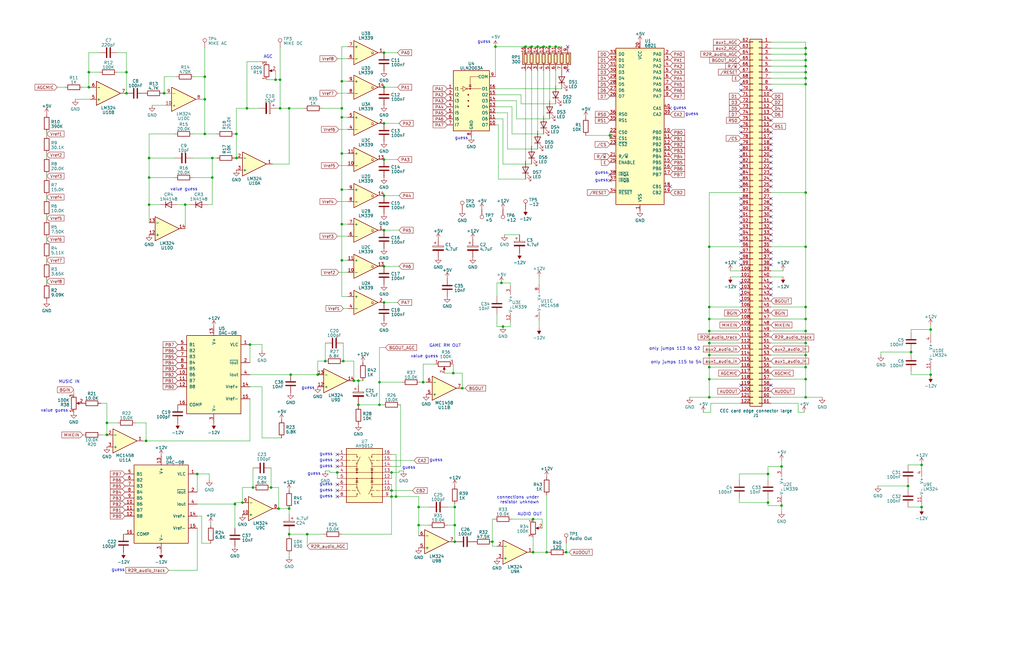
<source format=kicad_sch>
(kicad_sch (version 20230121) (generator eeschema)
  (paper "B")
  (junction (at 142.24 199.39))
  (junction (at 161.925 127.635))
  (junction (at 339.725 139.7))
  (junction (at 105.41 145.415))
  (junction (at 191.77 213.995))
  (junction (at 299.085 167.64))
  (junction (at 299.085 160.02))
  (junction (at 161.925 36.83))
  (junction (at 165.1 207.01))
  (junction (at 231.775 19.685))
  (junction (at 257.175 57.15))
  (junction (at 299.085 154.94))
  (junction (at 116.205 33.655))
  (junction (at 161.925 97.155))
  (junction (at 191.135 157.48))
  (junction (at 207.645 228.6))
  (junction (at 211.455 119.38))
  (junction (at 299.085 104.14))
  (junction (at 121.92 45.72))
  (junction (at 144.145 34.29))
  (junction (at 226.695 19.685))
  (junction (at 89.535 66.675))
  (junction (at 106.68 205.74))
  (junction (at 161.925 67.31))
  (junction (at 129.54 225.425))
  (junction (at 339.725 154.94))
  (junction (at 176.53 213.995))
  (junction (at 299.085 144.78))
  (junction (at 45.085 183.515))
  (junction (at 388.62 196.215))
  (junction (at 382.905 205.105))
  (junction (at 144.145 49.53))
  (junction (at 339.725 144.78))
  (junction (at 323.85 212.09))
  (junction (at 299.085 139.7))
  (junction (at 86.36 41.91))
  (junction (at 62.865 66.675))
  (junction (at 339.725 25.4))
  (junction (at 339.725 35.56))
  (junction (at 224.155 19.685))
  (junction (at 118.11 33.655))
  (junction (at 392.43 158.115))
  (junction (at 45.085 178.435))
  (junction (at 160.02 170.815))
  (junction (at 392.43 139.065))
  (junction (at 339.725 129.54))
  (junction (at 299.085 134.62))
  (junction (at 161.925 82.55))
  (junction (at 121.92 214.63))
  (junction (at 102.235 212.09))
  (junction (at 144.78 152.4))
  (junction (at 122.555 158.115))
  (junction (at 339.725 149.86))
  (junction (at 117.475 214.63))
  (junction (at 299.085 149.86))
  (junction (at 212.09 137.795))
  (junction (at 161.925 22.225))
  (junction (at 194.945 163.83))
  (junction (at 176.53 221.615))
  (junction (at 151.13 170.815))
  (junction (at 114.3 205.74))
  (junction (at 133.985 158.115))
  (junction (at 99.695 66.675))
  (junction (at 339.725 27.94))
  (junction (at 234.315 19.685))
  (junction (at 339.725 30.48))
  (junction (at 144.145 94.615))
  (junction (at 99.695 56.515))
  (junction (at 329.565 213.36))
  (junction (at 208.915 19.685))
  (junction (at 86.36 32.385))
  (junction (at 339.725 160.02))
  (junction (at 339.725 104.14))
  (junction (at 121.92 225.425))
  (junction (at 37.465 30.48))
  (junction (at 149.225 160.655))
  (junction (at 86.36 56.515))
  (junction (at 339.725 81.28))
  (junction (at 118.11 45.72))
  (junction (at 238.76 233.045))
  (junction (at 161.925 112.395))
  (junction (at 339.725 167.64))
  (junction (at 191.77 228.6))
  (junction (at 83.185 200.025))
  (junction (at 167.005 209.55))
  (junction (at 323.85 200.025))
  (junction (at 230.505 233.045))
  (junction (at 384.175 148.59))
  (junction (at 144.145 80.01))
  (junction (at 178.435 161.29))
  (junction (at 388.62 213.995))
  (junction (at 339.725 22.86))
  (junction (at 37.465 36.83))
  (junction (at 144.145 64.77))
  (junction (at 229.235 19.685))
  (junction (at 151.13 160.655))
  (junction (at 78.105 86.36))
  (junction (at 53.34 39.37))
  (junction (at 69.215 39.37))
  (junction (at 299.085 129.54))
  (junction (at 61.595 186.055))
  (junction (at 221.615 19.685))
  (junction (at 62.865 74.93))
  (junction (at 53.34 30.48))
  (junction (at 144.145 45.72))
  (junction (at 137.16 152.4))
  (junction (at 339.725 134.62))
  (junction (at 191.77 221.615))
  (junction (at 104.14 45.72))
  (junction (at 224.79 233.045))
  (junction (at 329.565 196.85))
  (junction (at 62.865 86.36))
  (junction (at 165.1 199.39))
  (junction (at 144.145 109.855))
  (junction (at 161.925 52.07))
  (junction (at 224.79 219.075))
  (junction (at 99.06 212.725))
  (junction (at 339.725 33.02))
  (junction (at 339.725 20.32))
  (junction (at 89.535 74.93))
  (junction (at 165.1 209.55))
  (junction (at 160.02 161.29))
  (no_connect (at 312.42 38.1))
  (no_connect (at 312.42 127))
  (no_connect (at 325.12 109.22))
  (no_connect (at 312.42 109.22))
  (no_connect (at 142.24 191.77))
  (no_connect (at 325.12 93.98))
  (no_connect (at 312.42 66.04))
  (no_connect (at 312.42 106.68))
  (no_connect (at 312.42 96.52))
  (no_connect (at 325.12 106.68))
  (no_connect (at 325.12 63.5))
  (no_connect (at 312.42 93.98))
  (no_connect (at 312.42 73.66))
  (no_connect (at 142.24 204.47))
  (no_connect (at 312.42 86.36))
  (no_connect (at 325.12 60.96))
  (no_connect (at 325.12 78.74))
  (no_connect (at 312.42 91.44))
  (no_connect (at 312.42 78.74))
  (no_connect (at 325.12 86.36))
  (no_connect (at 239.395 19.685))
  (no_connect (at 282.575 45.72))
  (no_connect (at 325.12 101.6))
  (no_connect (at 312.42 60.96))
  (no_connect (at 142.24 194.31))
  (no_connect (at 325.12 58.42))
  (no_connect (at 325.12 38.1))
  (no_connect (at 282.575 78.74))
  (no_connect (at 239.395 29.845))
  (no_connect (at 325.12 50.8))
  (no_connect (at 312.42 162.56))
  (no_connect (at 142.24 209.55))
  (no_connect (at 312.42 83.82))
  (no_connect (at 325.12 111.76))
  (no_connect (at 325.12 76.2))
  (no_connect (at 312.42 71.12))
  (no_connect (at 312.42 55.88))
  (no_connect (at 312.42 119.38))
  (no_connect (at 142.24 196.85))
  (no_connect (at 325.12 121.92))
  (no_connect (at 325.12 119.38))
  (no_connect (at 257.175 73.66))
  (no_connect (at 325.12 71.12))
  (no_connect (at 312.42 63.5))
  (no_connect (at 312.42 53.34))
  (no_connect (at 325.12 66.04))
  (no_connect (at 325.12 99.06))
  (no_connect (at 325.12 91.44))
  (no_connect (at 312.42 68.58))
  (no_connect (at 325.12 124.46))
  (no_connect (at 325.12 96.52))
  (no_connect (at 312.42 76.2))
  (no_connect (at 312.42 88.9))
  (no_connect (at 325.12 68.58))
  (no_connect (at 142.24 207.01))
  (no_connect (at 325.12 73.66))
  (no_connect (at 312.42 124.46))
  (no_connect (at 312.42 35.56))
  (no_connect (at 312.42 99.06))
  (no_connect (at 325.12 162.56))
  (no_connect (at 325.12 88.9))
  (no_connect (at 325.12 55.88))
  (no_connect (at 312.42 101.6))
  (no_connect (at 257.175 76.2))
  (no_connect (at 312.42 121.92))
  (no_connect (at 325.12 83.82))
  (no_connect (at 312.42 111.76))
  (wire (pts (xy 194.945 157.48) (xy 191.135 157.48)))
  (wire (pts (xy 312.42 81.28) (xy 299.085 81.28)))
  (wire (pts (xy 168.275 198.755) (xy 170.18 198.755)))
  (wire (pts (xy 221.615 75.565) (xy 210.185 75.565)))
  (wire (pts (xy 99.695 45.72) (xy 99.695 56.515)))
  (wire (pts (xy 339.725 27.94) (xy 339.725 25.4)))
  (wire (pts (xy 180.975 221.615) (xy 176.53 221.615)))
  (wire (pts (xy 167.64 67.31) (xy 161.925 67.31)))
  (wire (pts (xy 215.265 137.795) (xy 215.265 135.89)))
  (wire (pts (xy 78.105 86.36) (xy 78.105 96.52)))
  (wire (pts (xy 323.85 202.565) (xy 323.85 200.025)))
  (wire (pts (xy 104.14 45.72) (xy 109.22 45.72)))
  (wire (pts (xy 325.12 30.48) (xy 339.725 30.48)))
  (wire (pts (xy 114.935 69.215) (xy 121.92 69.215)))
  (wire (pts (xy 61.595 186.055) (xy 105.41 186.055)))
  (wire (pts (xy 229.235 56.515) (xy 215.9 56.515)))
  (wire (pts (xy 339.725 30.48) (xy 339.725 27.94)))
  (wire (pts (xy 217.805 42.545) (xy 208.915 42.545)))
  (wire (pts (xy 165.1 204.47) (xy 165.1 207.01)))
  (wire (pts (xy 384.175 156.845) (xy 384.175 158.115)))
  (wire (pts (xy 144.145 109.855) (xy 146.685 109.855)))
  (wire (pts (xy 325.12 17.78) (xy 339.725 17.78)))
  (wire (pts (xy 178.435 153.67) (xy 183.515 153.67)))
  (wire (pts (xy 176.53 213.995) (xy 180.975 213.995)))
  (wire (pts (xy 37.465 30.48) (xy 41.91 30.48)))
  (wire (pts (xy 307.975 116.84) (xy 312.42 116.84)))
  (wire (pts (xy 137.16 144.78) (xy 137.16 152.4)))
  (wire (pts (xy 37.465 22.225) (xy 41.91 22.225)))
  (wire (pts (xy 121.92 234.95) (xy 121.92 233.68)))
  (wire (pts (xy 384.175 148.59) (xy 371.475 148.59)))
  (wire (pts (xy 207.645 230.505) (xy 209.55 230.505)))
  (wire (pts (xy 339.725 134.62) (xy 339.725 129.54)))
  (wire (pts (xy 194.945 163.83) (xy 194.945 157.48)))
  (wire (pts (xy 142.875 69.85) (xy 146.685 69.85)))
  (wire (pts (xy 139.065 199.39) (xy 139.065 198.755)))
  (wire (pts (xy 62.865 66.675) (xy 73.66 66.675)))
  (wire (pts (xy 299.72 173.99) (xy 296.545 173.99)))
  (wire (pts (xy 392.43 139.065) (xy 392.43 140.97)))
  (wire (pts (xy 160.02 146.685) (xy 160.02 161.29)))
  (wire (pts (xy 229.235 48.895) (xy 229.235 29.845)))
  (wire (pts (xy 312.42 139.7) (xy 299.085 139.7)))
  (wire (pts (xy 176.53 213.995) (xy 176.53 221.615)))
  (wire (pts (xy 69.215 39.37) (xy 69.85 39.37)))
  (wire (pts (xy 168.275 52.07) (xy 161.925 52.07)))
  (wire (pts (xy 312.42 144.78) (xy 299.085 144.78)))
  (wire (pts (xy 325.12 116.84) (xy 330.2 116.84)))
  (wire (pts (xy 215.9 219.075) (xy 224.79 219.075)))
  (wire (pts (xy 299.085 134.62) (xy 299.085 129.54)))
  (wire (pts (xy 213.995 62.865) (xy 213.995 47.625)))
  (wire (pts (xy 118.11 20.32) (xy 118.11 33.655)))
  (wire (pts (xy 231.775 19.685) (xy 234.315 19.685)))
  (wire (pts (xy 62.865 56.515) (xy 62.865 66.675)))
  (wire (pts (xy 215.9 56.515) (xy 215.9 45.085)))
  (wire (pts (xy 178.435 161.29) (xy 178.435 153.67)))
  (wire (pts (xy 133.985 158.115) (xy 122.555 158.115)))
  (wire (pts (xy 89.535 74.93) (xy 81.28 74.93)))
  (wire (pts (xy 165.1 191.77) (xy 167.005 191.77)))
  (wire (pts (xy 160.02 170.815) (xy 161.29 170.815)))
  (wire (pts (xy 62.865 86.36) (xy 67.31 86.36)))
  (wire (pts (xy 99.06 212.725) (xy 99.06 222.885)))
  (wire (pts (xy 312.42 129.54) (xy 299.085 129.54)))
  (wire (pts (xy 129.54 225.425) (xy 136.525 225.425)))
  (wire (pts (xy 85.09 41.91) (xy 86.36 41.91)))
  (wire (pts (xy 19.685 73.66) (xy 19.685 74.93)))
  (wire (pts (xy 151.13 170.815) (xy 160.02 170.815)))
  (wire (pts (xy 325.12 81.28) (xy 339.725 81.28)))
  (wire (pts (xy 168.275 199.39) (xy 168.275 198.755)))
  (wire (pts (xy 208.915 19.685) (xy 221.615 19.685)))
  (wire (pts (xy 323.85 200.025) (xy 323.85 196.85)))
  (wire (pts (xy 110.49 145.415) (xy 110.49 147.955)))
  (wire (pts (xy 191.77 228.6) (xy 192.405 228.6)))
  (wire (pts (xy 117.475 214.63) (xy 117.475 205.74)))
  (wire (pts (xy 299.085 129.54) (xy 299.085 104.14)))
  (wire (pts (xy 71.12 240.665) (xy 83.185 240.665)))
  (wire (pts (xy 311.785 210.185) (xy 311.785 212.09)))
  (wire (pts (xy 167.64 36.83) (xy 161.925 36.83)))
  (wire (pts (xy 339.725 22.86) (xy 339.725 20.32)))
  (wire (pts (xy 299.085 144.78) (xy 299.085 139.7)))
  (wire (pts (xy 62.865 86.36) (xy 62.865 93.98)))
  (wire (pts (xy 167.005 209.55) (xy 165.1 209.55)))
  (wire (pts (xy 105.41 153.035) (xy 105.41 145.415)))
  (wire (pts (xy 325.12 160.02) (xy 339.725 160.02)))
  (wire (pts (xy 212.725 99.06) (xy 219.075 99.06)))
  (wire (pts (xy 151.13 162.56) (xy 151.13 160.655)))
  (wire (pts (xy 207.645 228.6) (xy 207.645 230.505)))
  (wire (pts (xy 149.225 160.655) (xy 151.13 160.655)))
  (wire (pts (xy 86.36 32.385) (xy 86.36 41.91)))
  (wire (pts (xy 105.41 145.415) (xy 110.49 145.415)))
  (wire (pts (xy 234.315 36.195) (xy 234.315 29.845)))
  (wire (pts (xy 144.145 80.01) (xy 144.145 94.615)))
  (wire (pts (xy 144.145 64.77) (xy 144.145 80.01)))
  (wire (pts (xy 238.76 229.235) (xy 238.76 233.045)))
  (wire (pts (xy 325.12 35.56) (xy 339.725 35.56)))
  (wire (pts (xy 388.62 195.58) (xy 388.62 196.215)))
  (wire (pts (xy 336.55 170.18) (xy 325.12 170.18)))
  (wire (pts (xy 165.1 207.01) (xy 165.1 209.55)))
  (wire (pts (xy 167.64 22.225) (xy 161.925 22.225)))
  (wire (pts (xy 311.785 200.025) (xy 323.85 200.025)))
  (wire (pts (xy 144.145 19.685) (xy 144.145 34.29)))
  (wire (pts (xy 88.9 220.98) (xy 88.9 221.615)))
  (wire (pts (xy 231.775 42.545) (xy 231.775 29.845)))
  (wire (pts (xy 165.1 199.39) (xy 168.275 199.39)))
  (wire (pts (xy 144.145 80.01) (xy 146.685 80.01)))
  (wire (pts (xy 339.725 149.86) (xy 339.725 144.78)))
  (wire (pts (xy 325.12 154.94) (xy 339.725 154.94)))
  (wire (pts (xy 86.36 56.515) (xy 91.44 56.515)))
  (wire (pts (xy 167.64 127.635) (xy 161.925 127.635)))
  (wire (pts (xy 388.62 196.215) (xy 388.62 197.485)))
  (wire (pts (xy 177.165 161.29) (xy 178.435 161.29)))
  (wire (pts (xy 151.13 171.45) (xy 151.13 170.815)))
  (wire (pts (xy 88.265 200.025) (xy 88.265 202.565)))
  (wire (pts (xy 121.92 217.17) (xy 121.92 214.63)))
  (wire (pts (xy 146.685 19.685) (xy 144.145 19.685)))
  (wire (pts (xy 226.695 62.865) (xy 213.995 62.865)))
  (wire (pts (xy 227.33 116.84) (xy 227.33 120.015)))
  (wire (pts (xy 168.275 112.395) (xy 161.925 112.395)))
  (wire (pts (xy 83.185 212.725) (xy 99.06 212.725)))
  (wire (pts (xy 339.725 25.4) (xy 339.725 22.86)))
  (wire (pts (xy 339.725 154.94) (xy 339.725 149.86)))
  (wire (pts (xy 144.145 34.29) (xy 146.685 34.29)))
  (wire (pts (xy 45.085 170.18) (xy 45.085 178.435)))
  (wire (pts (xy 89.535 66.675) (xy 89.535 74.93)))
  (wire (pts (xy 257.175 55.88) (xy 257.175 57.15)))
  (wire (pts (xy 142.875 54.61) (xy 146.685 54.61)))
  (wire (pts (xy 323.85 196.85) (xy 329.565 196.85)))
  (wire (pts (xy 19.685 109.22) (xy 19.685 110.49)))
  (wire (pts (xy 325.12 149.86) (xy 339.725 149.86)))
  (wire (pts (xy 106.68 205.74) (xy 102.235 205.74)))
  (wire (pts (xy 121.92 69.215) (xy 121.92 45.72)))
  (wire (pts (xy 83.185 240.665) (xy 83.185 222.885)))
  (wire (pts (xy 168.275 82.55) (xy 161.925 82.55)))
  (wire (pts (xy 80.01 86.36) (xy 78.105 86.36)))
  (wire (pts (xy 99.695 45.72) (xy 104.14 45.72)))
  (wire (pts (xy 176.53 209.55) (xy 176.53 213.995)))
  (wire (pts (xy 24.13 36.83) (xy 27.305 36.83)))
  (wire (pts (xy 191.77 213.995) (xy 188.595 213.995)))
  (wire (pts (xy 99.06 56.515) (xy 99.695 56.515)))
  (wire (pts (xy 299.72 170.18) (xy 312.42 170.18)))
  (wire (pts (xy 209.55 132.715) (xy 209.55 137.795)))
  (wire (pts (xy 52.07 225.425) (xy 52.705 225.425)))
  (wire (pts (xy 325.12 22.86) (xy 339.725 22.86)))
  (wire (pts (xy 388.62 214.63) (xy 388.62 213.995)))
  (wire (pts (xy 139.065 198.755) (xy 137.16 198.755)))
  (wire (pts (xy 118.11 33.655) (xy 116.205 33.655)))
  (wire (pts (xy 83.185 200.025) (xy 88.265 200.025)))
  (wire (pts (xy 312.42 134.62) (xy 299.085 134.62)))
  (wire (pts (xy 68.58 39.37) (xy 69.215 39.37)))
  (wire (pts (xy 392.43 137.16) (xy 392.43 139.065)))
  (wire (pts (xy 89.535 86.36) (xy 87.63 86.36)))
  (wire (pts (xy 19.685 64.77) (xy 19.685 66.04)))
  (wire (pts (xy 226.695 55.245) (xy 226.695 29.845)))
  (wire (pts (xy 339.725 129.54) (xy 339.725 104.14)))
  (wire (pts (xy 135.89 45.72) (xy 144.145 45.72)))
  (wire (pts (xy 339.725 104.14) (xy 339.725 81.28)))
  (wire (pts (xy 57.15 178.435) (xy 61.595 178.435)))
  (wire (pts (xy 208.28 219.075) (xy 207.645 219.075)))
  (wire (pts (xy 19.685 118.11) (xy 19.685 119.38)))
  (wire (pts (xy 74.93 86.36) (xy 78.105 86.36)))
  (wire (pts (xy 194.945 163.83) (xy 196.215 163.83)))
  (wire (pts (xy 217.805 50.165) (xy 217.805 42.545)))
  (wire (pts (xy 311.785 202.565) (xy 311.785 200.025)))
  (wire (pts (xy 149.225 160.655) (xy 149.225 152.4)))
  (wire (pts (xy 144.145 109.855) (xy 144.145 125.095)))
  (wire (pts (xy 37.465 36.83) (xy 37.465 30.48)))
  (wire (pts (xy 86.36 20.32) (xy 86.36 32.385)))
  (wire (pts (xy 219.71 43.815) (xy 219.71 40.005)))
  (wire (pts (xy 45.085 178.435) (xy 45.085 183.515)))
  (wire (pts (xy 188.595 221.615) (xy 191.77 221.615)))
  (wire (pts (xy 323.85 210.185) (xy 323.85 212.09)))
  (wire (pts (xy 53.34 22.225) (xy 53.34 30.48)))
  (wire (pts (xy 144.145 125.095) (xy 146.685 125.095)))
  (wire (pts (xy 312.42 104.14) (xy 299.085 104.14)))
  (wire (pts (xy 118.745 184.785) (xy 110.49 184.785)))
  (wire (pts (xy 89.535 66.675) (xy 91.44 66.675)))
  (wire (pts (xy 121.92 226.06) (xy 121.92 225.425)))
  (wire (pts (xy 323.85 213.36) (xy 329.565 213.36)))
  (wire (pts (xy 99.06 212.725) (xy 99.06 212.09)))
  (wire (pts (xy 208.915 37.465) (xy 236.855 37.465)))
  (wire (pts (xy 215.9 45.085) (xy 208.915 45.085)))
  (wire (pts (xy 37.465 36.83) (xy 38.1 36.83)))
  (wire (pts (xy 339.09 173.99) (xy 336.55 173.99)))
  (wire (pts (xy 118.11 45.72) (xy 118.11 33.655)))
  (wire (pts (xy 69.215 39.37) (xy 69.215 32.385)))
  (wire (pts (xy 142.24 85.09) (xy 146.685 85.09)))
  (wire (pts (xy 384.175 147.955) (xy 384.175 148.59)))
  (wire (pts (xy 144.78 152.4) (xy 149.225 152.4)))
  (wire (pts (xy 99.695 56.515) (xy 99.695 66.675)))
  (wire (pts (xy 382.905 196.215) (xy 388.62 196.215)))
  (wire (pts (xy 384.175 140.335) (xy 384.175 139.065)))
  (wire (pts (xy 160.02 146.685) (xy 162.56 146.685)))
  (wire (pts (xy 382.905 203.835) (xy 382.905 205.105)))
  (wire (pts (xy 325.12 33.02) (xy 339.725 33.02)))
  (wire (pts (xy 299.72 173.99) (xy 299.72 170.18)))
  (wire (pts (xy 144.145 34.29) (xy 144.145 45.72)))
  (wire (pts (xy 53.34 30.48) (xy 53.34 39.37)))
  (wire (pts (xy 144.78 130.175) (xy 146.685 130.175)))
  (wire (pts (xy 160.02 161.29) (xy 160.02 170.815)))
  (wire (pts (xy 224.155 61.595) (xy 224.155 29.845)))
  (wire (pts (xy 142.875 114.935) (xy 146.685 114.935)))
  (wire (pts (xy 89.535 74.93) (xy 89.535 86.36)))
  (wire (pts (xy 325.12 139.7) (xy 339.725 139.7)))
  (wire (pts (xy 325.12 144.78) (xy 339.725 144.78)))
  (wire (pts (xy 231.775 50.165) (xy 217.805 50.165)))
  (wire (pts (xy 257.175 57.15) (xy 257.175 58.42)))
  (wire (pts (xy 290.83 167.64) (xy 299.085 167.64)))
  (wire (pts (xy 62.865 74.93) (xy 62.865 86.36)))
  (wire (pts (xy 133.985 152.4) (xy 133.985 158.115)))
  (wire (pts (xy 99.06 212.09) (xy 102.235 212.09)))
  (wire (pts (xy 142.24 24.765) (xy 146.685 24.765)))
  (wire (pts (xy 339.725 25.4) (xy 325.12 25.4)))
  (wire (pts (xy 325.12 129.54) (xy 339.725 129.54)))
  (wire (pts (xy 110.49 163.195) (xy 105.41 163.195)))
  (wire (pts (xy 176.53 221.615) (xy 176.53 226.06)))
  (wire (pts (xy 339.725 35.56) (xy 339.725 33.02)))
  (wire (pts (xy 144.145 49.53) (xy 146.685 49.53)))
  (wire (pts (xy 227.33 135.255) (xy 227.33 138.43)))
  (wire (pts (xy 86.36 41.91) (xy 86.36 56.515)))
  (wire (pts (xy 339.725 167.64) (xy 346.71 167.64)))
  (wire (pts (xy 312.42 149.86) (xy 299.085 149.86)))
  (wire (pts (xy 191.77 212.725) (xy 191.77 213.995)))
  (wire (pts (xy 299.085 167.64) (xy 299.085 160.02)))
  (wire (pts (xy 230.505 233.045) (xy 231.14 233.045)))
  (wire (pts (xy 49.53 22.225) (xy 53.34 22.225)))
  (wire (pts (xy 384.175 148.59) (xy 384.175 149.225)))
  (wire (pts (xy 230.505 208.915) (xy 230.505 233.045)))
  (wire (pts (xy 224.79 226.695) (xy 224.79 233.045)))
  (wire (pts (xy 121.92 45.72) (xy 128.27 45.72)))
  (wire (pts (xy 19.685 55.88) (xy 19.685 57.15)))
  (wire (pts (xy 61.595 178.435) (xy 61.595 186.055)))
  (wire (pts (xy 151.13 170.815) (xy 151.13 170.18)))
  (wire (pts (xy 99.06 66.675) (xy 99.695 66.675)))
  (wire (pts (xy 339.725 27.94) (xy 325.12 27.94)))
  (wire (pts (xy 168.91 170.815) (xy 168.91 196.85)))
  (wire (pts (xy 142.24 39.37) (xy 146.685 39.37)))
  (wire (pts (xy 339.725 160.02) (xy 339.725 167.64)))
  (wire (pts (xy 144.145 225.425) (xy 165.1 225.425)))
  (wire (pts (xy 137.16 152.4) (xy 133.985 152.4)))
  (wire (pts (xy 160.02 161.29) (xy 169.545 161.29)))
  (wire (pts (xy 224.155 69.215) (xy 212.09 69.215)))
  (wire (pts (xy 325.12 167.64) (xy 339.725 167.64)))
  (wire (pts (xy 339.725 20.32) (xy 325.12 20.32)))
  (wire (pts (xy 329.565 194.31) (xy 329.565 196.85)))
  (wire (pts (xy 178.435 161.29) (xy 179.705 161.29)))
  (wire (pts (xy 323.85 212.09) (xy 323.85 213.36)))
  (wire (pts (xy 219.71 40.005) (xy 208.915 40.005)))
  (wire (pts (xy 247.015 57.15) (xy 257.175 57.15)))
  (wire (pts (xy 144.145 94.615) (xy 144.145 109.855)))
  (wire (pts (xy 173.99 207.01) (xy 165.1 207.01)))
  (wire (pts (xy 384.175 158.115) (xy 392.43 158.115)))
  (wire (pts (xy 221.615 67.945) (xy 221.615 29.845)))
  (wire (pts (xy 339.725 104.14) (xy 325.12 104.14)))
  (wire (pts (xy 31.115 164.465) (xy 31.115 166.37)))
  (wire (pts (xy 329.565 213.36) (xy 329.565 212.725)))
  (wire (pts (xy 81.915 32.385) (xy 86.36 32.385)))
  (wire (pts (xy 62.865 56.515) (xy 73.66 56.515)))
  (wire (pts (xy 312.42 154.94) (xy 299.085 154.94)))
  (wire (pts (xy 142.24 99.695) (xy 146.685 99.695)))
  (wire (pts (xy 83.185 207.645) (xy 83.185 200.025)))
  (wire (pts (xy 165.1 194.31) (xy 174.625 194.31)))
  (wire (pts (xy 336.55 173.99) (xy 336.55 170.18)))
  (wire (pts (xy 212.09 137.795) (xy 215.265 137.795)))
  (wire (pts (xy 234.315 19.685) (xy 236.855 19.685)))
  (wire (pts (xy 392.43 156.21) (xy 392.43 158.115)))
  (wire (pts (xy 312.42 167.64) (xy 299.085 167.64)))
  (wire (pts (xy 299.085 139.7) (xy 299.085 134.62)))
  (wire (pts (xy 34.925 36.83) (xy 37.465 36.83)))
  (wire (pts (xy 221.615 19.685) (xy 224.155 19.685)))
  (wire (pts (xy 339.725 144.78) (xy 339.725 139.7)))
  (wire (pts (xy 49.53 30.48) (xy 53.34 30.48)))
  (wire (pts (xy 191.77 221.615) (xy 191.77 213.995)))
  (wire (pts (xy 215.265 119.38) (xy 215.265 120.65)))
  (wire (pts (xy 382.905 213.995) (xy 388.62 213.995)))
  (wire (pts (xy 81.28 66.675) (xy 89.535 66.675)))
  (wire (pts (xy 117.475 214.63) (xy 121.92 214.63)))
  (wire (pts (xy 339.725 33.02) (xy 339.725 30.48)))
  (wire (pts (xy 121.92 225.425) (xy 121.92 224.79)))
  (wire (pts (xy 208.915 32.385) (xy 208.915 19.685)))
  (wire (pts (xy 73.66 74.93) (xy 62.865 74.93)))
  (wire (pts (xy 228.6 219.075) (xy 228.6 222.885)))
  (wire (pts (xy 144.145 94.615) (xy 146.685 94.615)))
  (wire (pts (xy 212.09 50.165) (xy 208.915 50.165)))
  (wire (pts (xy 121.92 225.425) (xy 129.54 225.425)))
  (wire (pts (xy 325.12 134.62) (xy 339.725 134.62)))
  (wire (pts (xy 31.75 41.91) (xy 38.1 41.91)))
  (wire (pts (xy 85.09 217.805) (xy 85.09 229.235)))
  (wire (pts (xy 212.09 69.215) (xy 212.09 50.165)))
  (wire (pts (xy 117.475 205.74) (xy 114.3 205.74)))
  (wire (pts (xy 49.53 178.435) (xy 45.085 178.435)))
  (wire (pts (xy 307.975 114.3) (xy 312.42 114.3)))
  (wire (pts (xy 213.995 47.625) (xy 208.915 47.625)))
  (wire (pts (xy 299.085 160.02) (xy 299.085 154.94)))
  (wire (pts (xy 19.685 91.44) (xy 19.685 92.71)))
  (wire (pts (xy 165.1 199.39) (xy 165.1 201.93)))
  (wire (pts (xy 392.43 158.115) (xy 392.43 158.75)))
  (wire (pts (xy 116.205 33.655) (xy 112.395 33.655)))
  (wire (pts (xy 240.03 233.045) (xy 238.76 233.045)))
  (wire (pts (xy 144.145 64.77) (xy 146.685 64.77)))
  (wire (pts (xy 211.455 119.38) (xy 215.265 119.38)))
  (wire (pts (xy 224.79 233.045) (xy 230.505 233.045)))
  (wire (pts (xy 116.205 29.845) (xy 116.205 33.655)))
  (wire (pts (xy 329.565 196.85) (xy 329.565 197.485)))
  (wire (pts (xy 114.3 197.485) (xy 114.3 205.74)))
  (wire (pts (xy 144.78 144.78) (xy 144.78 152.4)))
  (wire (pts (xy 234.315 43.815) (xy 219.71 43.815)))
  (wire (pts (xy 382.905 205.105) (xy 382.905 206.375)))
  (wire (pts (xy 37.465 30.48) (xy 37.465 22.225)))
  (wire (pts (xy 167.005 191.77) (xy 167.005 209.55)))
  (wire (pts (xy 210.185 75.565) (xy 210.185 52.705)))
  (wire (pts (xy 144.145 45.72) (xy 144.145 49.53)))
  (wire (pts (xy 229.235 19.685) (xy 231.775 19.685)))
  (wire (pts (xy 112.395 26.035) (xy 104.14 26.035)))
  (wire (pts (xy 62.865 66.675) (xy 62.865 74.93)))
  (wire (pts (xy 339.725 81.28) (xy 339.725 35.56)))
  (wire (pts (xy 105.41 158.115) (xy 122.555 158.115)))
  (wire (pts (xy 339.725 139.7) (xy 339.725 134.62)))
  (wire (pts (xy 42.545 170.18) (xy 45.085 170.18)))
  (wire (pts (xy 142.24 199.39) (xy 142.24 201.93)))
  (wire (pts (xy 144.145 49.53) (xy 144.145 64.77)))
  (wire (pts (xy 19.685 82.55) (xy 19.685 83.82)))
  (wire (pts (xy 210.185 52.705) (xy 208.915 52.705)))
  (wire (pts (xy 165.1 196.85) (xy 168.91 196.85)))
  (wire (pts (xy 168.275 97.155) (xy 161.925 97.155)))
  (wire (pts (xy 224.155 19.685) (xy 226.695 19.685)))
  (wire (pts (xy 102.235 205.74) (xy 102.235 212.09)))
  (wire (pts (xy 142.24 199.39) (xy 139.065 199.39)))
  (wire (pts (xy 370.205 205.105) (xy 382.905 205.105)))
  (wire (pts (xy 105.41 186.055) (xy 105.41 168.275)))
  (wire (pts (xy 165.1 225.425) (xy 165.1 209.55)))
  (wire (pts (xy 151.13 160.655) (xy 153.035 160.655)))
  (wire (pts (xy 19.685 101.6) (xy 19.685 100.33)))
  (wire (pts (xy 299.085 154.94) (xy 299.085 149.86)))
  (wire (pts (xy 81.28 56.515) (xy 86.36 56.515)))
  (wire (pts (xy 226.695 19.685) (xy 229.235 19.685)))
  (wire (pts (xy 209.55 125.095) (xy 209.55 119.38)))
  (wire (pts (xy 329.565 215.9) (xy 329.565 213.36)))
  (wire (pts (xy 64.135 44.45) (xy 69.85 44.45)))
  (wire (pts (xy 209.55 119.38) (xy 211.455 119.38)))
  (wire (pts (xy 299.085 149.86) (xy 299.085 144.78)))
  (wire (pts (xy 191.135 157.48) (xy 191.135 153.67)))
  (wire (pts (xy 371.475 148.59) (xy 371.475 149.86)))
  (wire (pts (xy 311.785 212.09) (xy 323.85 212.09)))
  (wire (pts (xy 339.725 160.02) (xy 339.725 154.94)))
  (wire (pts (xy 106.68 197.485) (xy 106.68 205.74)))
  (wire (pts (xy 104.14 26.035) (xy 104.14 45.72)))
  (wire (pts (xy 209.55 137.795) (xy 212.09 137.795)))
  (wire (pts (xy 207.645 219.075) (xy 207.645 228.6)))
  (wire (pts (xy 312.42 160.02) (xy 299.085 160.02)))
  (wire (pts (xy 167.005 209.55) (xy 176.53 209.55)))
  (wire (pts (xy 224.79 219.075) (xy 228.6 219.075)))
  (wire (pts (xy 191.77 228.6) (xy 191.77 221.615)))
  (wire (pts (xy 69.215 32.385) (xy 74.295 32.385)))
  (wire (pts (xy 85.09 229.235) (xy 88.9 229.235)))
  (wire (pts (xy 83.185 217.805) (xy 85.09 217.805)))
  (wire (pts (xy 388.62 213.995) (xy 388.62 212.725)))
  (wire (pts (xy 42.545 183.515) (xy 45.085 183.515)))
  (wire (pts (xy 187.325 157.48) (xy 191.135 157.48)))
  (wire (pts (xy 118.11 45.72) (xy 121.92 45.72)))
  (wire (pts (xy 116.84 45.72) (xy 118.11 45.72)))
  (wire (pts (xy 110.49 184.785) (xy 110.49 163.195)))
  (wire (pts (xy 325.12 114.3) (xy 330.2 114.3)))
  (wire (pts (xy 339.725 20.32) (xy 339.725 17.78)))
  (wire (pts (xy 299.085 104.14) (xy 299.085 81.28)))
  (wire (pts (xy 129.54 230.505) (xy 129.54 225.425)))
  (wire (pts (xy 384.175 139.065) (xy 392.43 139.065)))
  (wire (pts (xy 60.325 186.055) (xy 61.595 186.055)))
  (text "guess" (at 46.99 241.3 0) (effects (font (size 1.27 1.27)) (justify left bottom)))
  (text "guess" (at 283.845 46.355 0) (effects (font (size 1.27 1.27)) (justify left bottom)))
  (text "value guess" (at 71.755 80.645 0) (effects (font (size 1.27 1.27)) (justify left bottom)))
  (text "guess" (at 135.255 200.66 0) (effects (font (size 1.27 1.27)) (justify right bottom)))
  (text "guess" (at 140.335 192.405 0) (effects (font (size 1.27 1.27)) (justify right bottom)))
  (text "value guess" (at 17.145 173.99 0) (effects (font (size 1.27 1.27)) (justify left bottom)))
  (text "guess" (at 140.335 194.945 0) (effects (font (size 1.27 1.27)) (justify right bottom)))
  (text "guess" (at 191.77 59.055 0) (effects (font (size 1.27 1.27)) (justify left bottom)))
  (text "guess" (at 140.335 207.645 0) (effects (font (size 1.27 1.27)) (justify right bottom)))
  (text "guess" (at 250.825 73.66 0) (effects (font (size 1.27 1.27)) (justify left bottom)))
  (text "guess" (at 140.335 197.485 0) (effects (font (size 1.27 1.27)) (justify right bottom)))
  (text "value guess" (at 184.785 151.13 0) (effects (font (size 1.27 1.27)) (justify right bottom)))
  (text "guess" (at 140.335 205.105 0) (effects (font (size 1.27 1.27)) (justify right bottom)))
  (text "AGC" (at 111.125 24.765 0) (effects (font (size 1.27 1.27)) (justify left bottom)))
  (text "AUDIO OUT" (at 228.6 217.805 0) (effects (font (size 1.27 1.27)) (justify right bottom)))
  (text "guess" (at 201.295 18.415 0) (effects (font (size 1.27 1.27)) (justify left bottom)))
  (text "guess" (at 175.26 198.12 0) (effects (font (size 1.27 1.27)) (justify right bottom)))
  (text "guess" (at 186.69 194.945 0) (effects (font (size 1.27 1.27)) (justify right bottom)))
  (text "guess" (at 250.825 76.835 0) (effects (font (size 1.27 1.27)) (justify left bottom)))
  (text "guess" (at 140.335 210.185 0) (effects (font (size 1.27 1.27)) (justify right bottom)))
  (text "GAME RM OUT" (at 180.975 146.685 0) (effects (font (size 1.27 1.27)) (justify left bottom)))
  (text "guess" (at 288.925 48.895 0) (effects (font (size 1.27 1.27)) (justify left bottom)))
  (text "guess" (at 132.715 164.465 0) (effects (font (size 1.27 1.27)) (justify right bottom)))
  (text "only jumps 115 to 54" (at 295.91 153.67 0) (effects (font (size 1.27 1.27)) (justify right bottom)))
  (text "connections under\nresistor unknown" (at 227.33 212.725 0) (effects (font (size 1.27 1.27)) (justify right bottom)))
  (text "only jumps 113 to 52" (at 295.275 147.955 0) (effects (font (size 1.27 1.27)) (justify right bottom)))
  (text "MUSIC IN" (at 33.655 161.925 0) (effects (font (size 1.27 1.27)) (justify right bottom)))
  (global_label "Vref3" (shape input) (at 142.24 99.695 180) (property "Intersheetrefs" "${INTERSHEET_REFS}" (effects hide)))
  (global_label "aux1_audio_in" (shape input) (at 312.42 152.4 180) (property "Intersheetrefs" "${INTERSHEET_REFS}" (effects hide)))
  (global_label "PB1" (shape input) (at 74.93 160.655 180) (property "Intersheetrefs" "${INTERSHEET_REFS}" (effects hide)))
  (global_label "Vref1" (shape input) (at 19.685 56.515 0) (property "Intersheetrefs" "${INTERSHEET_REFS}" (effects hide)))
  (global_label "Vref8" (shape input) (at 19.685 118.745 0) (property "Intersheetrefs" "${INTERSHEET_REFS}" (effects hide)))
  (global_label "PB0" (shape input) (at 282.575 55.88 0) (property "Intersheetrefs" "${INTERSHEET_REFS}" (effects hide)))
  (global_label "AGCMIC" (shape input) (at 24.13 36.83 180) (property "Intersheetrefs" "${INTERSHEET_REFS}" (effects hide)))
  (global_label "Vref2" (shape input) (at 142.875 114.935 180) (property "Intersheetrefs" "${INTERSHEET_REFS}" (effects hide)))
  (global_label "R2R_audio_track" (shape input) (at 312.42 142.24 180) (property "Intersheetrefs" "${INTERSHEET_REFS}" (effects hide)))
  (global_label "D0" (shape input) (at 325.12 40.64 0) (property "Intersheetrefs" "${INTERSHEET_REFS}" (effects hide)))
  (global_label "PB2" (shape input) (at 52.705 212.725 180) (property "Intersheetrefs" "${INTERSHEET_REFS}" (effects hide)))
  (global_label "aux2_audio_in" (shape input) (at 312.42 147.32 180) (property "Intersheetrefs" "${INTERSHEET_REFS}" (effects hide)))
  (global_label "D6" (shape input) (at 325.12 48.26 0) (property "Intersheetrefs" "${INTERSHEET_REFS}" (effects hide)))
  (global_label "PA3" (shape input) (at 188.595 42.545 180) (property "Intersheetrefs" "${INTERSHEET_REFS}" (effects hide)))
  (global_label "D5" (shape input) (at 312.42 45.72 180) (property "Intersheetrefs" "${INTERSHEET_REFS}" (effects hide)))
  (global_label "{slash}CS" (shape input) (at 312.42 58.42 180) (property "Intersheetrefs" "${INTERSHEET_REFS}" (effects hide)))
  (global_label "PB6" (shape input) (at 282.575 71.12 0) (property "Intersheetrefs" "${INTERSHEET_REFS}" (effects hide)))
  (global_label "D3" (shape input) (at 312.42 43.18 180) (property "Intersheetrefs" "${INTERSHEET_REFS}" (effects hide)))
  (global_label "D6" (shape input) (at 257.175 38.1 180) (property "Intersheetrefs" "${INTERSHEET_REFS}" (effects hide)))
  (global_label "AGCMIC" (shape input) (at 312.42 157.48 180) (property "Intersheetrefs" "${INTERSHEET_REFS}" (effects hide)))
  (global_label "D1" (shape input) (at 257.175 25.4 180) (property "Intersheetrefs" "${INTERSHEET_REFS}" (effects hide)))
  (global_label "PA5" (shape input) (at 282.575 35.56 0) (property "Intersheetrefs" "${INTERSHEET_REFS}" (effects hide)))
  (global_label "D2" (shape input) (at 325.12 43.18 0) (property "Intersheetrefs" "${INTERSHEET_REFS}" (effects hide)))
  (global_label "D5" (shape input) (at 257.175 35.56 180) (property "Intersheetrefs" "${INTERSHEET_REFS}" (effects hide)))
  (global_label "BGOUT_AGC" (shape input) (at 162.56 146.685 0) (property "Intersheetrefs" "${INTERSHEET_REFS}" (effects hide)))
  (global_label "R2R_audio_AGC" (shape input) (at 129.54 230.505 0) (property "Intersheetrefs" "${INTERSHEET_REFS}" (effects hide)))
  (global_label "R2R_audio_track" (shape input) (at 71.12 240.665 180) (property "Intersheetrefs" "${INTERSHEET_REFS}" (effects hide)))
  (global_label "PA3" (shape input) (at 282.575 30.48 0) (property "Intersheetrefs" "${INTERSHEET_REFS}" (effects hide)))
  (global_label "CA2" (shape input) (at 282.575 48.26 0) (property "Intersheetrefs" "${INTERSHEET_REFS}" (effects hide)))
  (global_label "Vref5" (shape input) (at 19.685 92.075 0) (property "Intersheetrefs" "${INTERSHEET_REFS}" (effects hide)))
  (global_label "PB5" (shape input) (at 282.575 68.58 0) (property "Intersheetrefs" "${INTERSHEET_REFS}" (effects hide)))
  (global_label "Vref6" (shape input) (at 142.875 54.61 180) (property "Intersheetrefs" "${INTERSHEET_REFS}" (effects hide)))
  (global_label "PA4" (shape input) (at 282.575 33.02 0) (property "Intersheetrefs" "${INTERSHEET_REFS}" (effects hide)))
  (global_label "PA2" (shape input) (at 282.575 27.94 0) (property "Intersheetrefs" "${INTERSHEET_REFS}" (effects hide)))
  (global_label "PB5" (shape input) (at 74.93 150.495 180) (property "Intersheetrefs" "${INTERSHEET_REFS}" (effects hide)))
  (global_label "D3" (shape input) (at 257.175 30.48 180) (property "Intersheetrefs" "${INTERSHEET_REFS}" (effects hide)))
  (global_label "PB3" (shape input) (at 52.705 210.185 180) (property "Intersheetrefs" "${INTERSHEET_REFS}" (effects hide)))
  (global_label "PA0" (shape input) (at 282.575 22.86 0) (property "Intersheetrefs" "${INTERSHEET_REFS}" (effects hide)))
  (global_label "PA7" (shape input) (at 167.64 127.635 0) (property "Intersheetrefs" "${INTERSHEET_REFS}" (effects hide)))
  (global_label "aux1_AGC" (shape input) (at 312.42 17.78 180) (property "Intersheetrefs" "${INTERSHEET_REFS}" (effects hide)))
  (global_label "BGOUT" (shape input) (at 196.215 163.83 0) (property "Intersheetrefs" "${INTERSHEET_REFS}" (effects hide)))
  (global_label "PA6" (shape input) (at 282.575 38.1 0) (property "Intersheetrefs" "${INTERSHEET_REFS}" (effects hide)))
  (global_label "RS0" (shape input) (at 257.175 48.26 180) (property "Intersheetrefs" "${INTERSHEET_REFS}" (effects hide)))
  (global_label "aux1_audio_in" (shape input) (at 325.12 152.4 0) (property "Intersheetrefs" "${INTERSHEET_REFS}" (effects hide)))
  (global_label "Vref4" (shape input) (at 142.24 85.09 180) (property "Intersheetrefs" "${INTERSHEET_REFS}" (effects hide)))
  (global_label "MIKEIN" (shape input) (at 34.925 183.515 180) (property "Intersheetrefs" "${INTERSHEET_REFS}" (effects hide)))
  (global_label "Vref3" (shape input) (at 19.685 74.295 0) (property "Intersheetrefs" "${INTERSHEET_REFS}" (effects hide)))
  (global_label "PB4" (shape input) (at 74.93 153.035 180) (property "Intersheetrefs" "${INTERSHEET_REFS}" (effects hide)))
  (global_label "PA5" (shape input) (at 168.275 97.155 0) (property "Intersheetrefs" "${INTERSHEET_REFS}" (effects hide)))
  (global_label "PB4" (shape input) (at 282.575 66.04 0) (property "Intersheetrefs" "${INTERSHEET_REFS}" (effects hide)))
  (global_label "{slash}CS" (shape input) (at 257.175 60.96 180) (property "Intersheetrefs" "${INTERSHEET_REFS}" (effects hide)))
  (global_label "AUDOUT" (shape input) (at 240.03 233.045 0) (property "Intersheetrefs" "${INTERSHEET_REFS}" (effects hide)))
  (global_label "aux2_AGC" (shape input) (at 312.42 20.32 180) (property "Intersheetrefs" "${INTERSHEET_REFS}" (effects hide)))
  (global_label "D4" (shape input) (at 325.12 45.72 0) (property "Intersheetrefs" "${INTERSHEET_REFS}" (effects hide)))
  (global_label "PA4" (shape input) (at 188.595 45.085 180) (property "Intersheetrefs" "${INTERSHEET_REFS}" (effects hide)))
  (global_label "RS0" (shape input) (at 312.42 50.8 180) (property "Intersheetrefs" "${INTERSHEET_REFS}" (effects hide)))
  (global_label "PA4" (shape input) (at 168.275 82.55 0) (property "Intersheetrefs" "${INTERSHEET_REFS}" (effects hide)))
  (global_label "aux2_audio_in" (shape input) (at 325.12 147.32 0) (property "Intersheetrefs" "${INTERSHEET_REFS}" (effects hide)))
  (global_label "D4" (shape input) (at 257.175 33.02 180) (property "Intersheetrefs" "${INTERSHEET_REFS}" (effects hide)))
  (global_label "R{slash}~{W}" (shape input) (at 312.42 27.94 180) (property "Intersheetrefs" "${INTERSHEET_REFS}" (effects hide)))
  (global_label "PB2" (shape input) (at 282.575 60.96 0) (property "Intersheetrefs" "${INTERSHEET_REFS}" (effects hide)))
  (global_label "D7" (shape input) (at 312.42 48.26 180) (property "Intersheetrefs" "${INTERSHEET_REFS}" (effects hide)))
  (global_label "Vref7" (shape input) (at 19.685 109.855 0) (property "Intersheetrefs" "${INTERSHEET_REFS}" (effects hide)))
  (global_label "PA2" (shape input) (at 188.595 40.005 180) (property "Intersheetrefs" "${INTERSHEET_REFS}" (effects hide)))
  (global_label "PB7" (shape input) (at 282.575 73.66 0) (property "Intersheetrefs" "${INTERSHEET_REFS}" (effects hide)))
  (global_label "D1" (shape input) (at 312.42 40.64 180) (property "Intersheetrefs" "${INTERSHEET_REFS}" (effects hide)))
  (global_label "PA1" (shape input) (at 282.575 25.4 0) (property "Intersheetrefs" "${INTERSHEET_REFS}" (effects hide)))
  (global_label "R{slash}~{W}" (shape input) (at 257.175 66.04 180) (property "Intersheetrefs" "${INTERSHEET_REFS}" (effects hide)))
  (global_label "PB7" (shape input) (at 52.705 200.025 180) (property "Intersheetrefs" "${INTERSHEET_REFS}" (effects hide)))
  (global_label "MIKEIN" (shape input) (at 312.42 137.16 180) (property "Intersheetrefs" "${INTERSHEET_REFS}" (effects hide)))
  (global_label "PA3" (shape input) (at 167.64 67.31 0) (property "Intersheetrefs" "${INTERSHEET_REFS}" (effects hide)))
  (global_label "PB1" (shape input) (at 52.705 215.265 180) (property "Intersheetrefs" "${INTERSHEET_REFS}" (effects hide)))
  (global_label "PB1" (shape input) (at 282.575 58.42 0) (property "Intersheetrefs" "${INTERSHEET_REFS}" (effects hide)))
  (global_label "E" (shape input) (at 312.42 33.02 180) (property "Intersheetrefs" "${INTERSHEET_REFS}" (effects hide)))
  (global_label "Vref7" (shape input) (at 142.24 39.37 180) (property "Intersheetrefs" "${INTERSHEET_REFS}" (effects hide)))
  (global_label "PA6" (shape input) (at 168.275 112.395 0) (property "Intersheetrefs" "${INTERSHEET_REFS}" (effects hide)))
  (global_label "PB5" (shape input) (at 52.705 205.105 180) (property "Intersheetrefs" "${INTERSHEET_REFS}" (effects hide)))
  (global_label "PB4" (shape input) (at 52.705 207.645 180) (property "Intersheetrefs" "${INTERSHEET_REFS}" (effects hide)))
  (global_label "Vref2" (shape input) (at 19.685 65.405 0) (property "Intersheetrefs" "${INTERSHEET_REFS}" (effects hide)))
  (global_label "CA2" (shape input) (at 174.625 194.31 0) (property "Intersheetrefs" "${INTERSHEET_REFS}" (effects hide)))
  (global_label "AGCMIC" (shape input) (at 325.12 157.48 0) (property "Intersheetrefs" "${INTERSHEET_REFS}" (effects hide)))
  (global_label "PB6" (shape input) (at 52.705 202.565 180) (property "Intersheetrefs" "${INTERSHEET_REFS}" (effects hide)))
  (global_label "PB7" (shape input) (at 74.93 145.415 180) (property "Intersheetrefs" "${INTERSHEET_REFS}" (effects hide)))
  (global_label "AUDOUT" (shape input) (at 325.12 165.1 0) (property "Intersheetrefs" "${INTERSHEET_REFS}" (effects hide)))
  (global_label "PB0" (shape input) (at 52.705 217.805 180) (property "Intersheetrefs" "${INTERSHEET_REFS}" (effects hide)))
  (global_label "PB0" (shape input) (at 74.93 163.195 180) (property "Intersheetrefs" "${INTERSHEET_REFS}" (effects hide)))
  (global_label "PA0" (shape input) (at 167.64 22.225 0) (property "Intersheetrefs" "${INTERSHEET_REFS}" (effects hide)))
  (global_label "BGOUT" (shape input) (at 325.12 127 0) (property "Intersheetrefs" "${INTERSHEET_REFS}" (effects hide)))
  (global_label "PA1" (shape input) (at 188.595 37.465 180) (property "Intersheetrefs" "${INTERSHEET_REFS}" (effects hide)))
  (global_label "E" (shape input) (at 257.175 68.58 180) (property "Intersheetrefs" "${INTERSHEET_REFS}" (effects hide)))
  (global_label "D7" (shape input) (at 257.175 40.64 180) (property "Intersheetrefs" "${INTERSHEET_REFS}" (effects hide)))
  (global_label "Vref1" (shape input) (at 144.78 130.175 180) (property "Intersheetrefs" "${INTERSHEET_REFS}" (effects hide)))
  (global_label "{slash}RESET" (shape input) (at 257.175 81.28 180) (property "Intersheetrefs" "${INTERSHEET_REFS}" (effects hide)))
  (global_label "Vref8" (shape input) (at 142.24 24.765 180) (property "Intersheetrefs" "${INTERSHEET_REFS}" (effects hide)))
  (global_label "{slash}RESET" (shape input) (at 312.42 30.48 180) (property "Intersheetrefs" "${INTERSHEET_REFS}" (effects hide)))
  (global_label "Vref5" (shape input) (at 142.875 69.85 180) (property "Intersheetrefs" "${INTERSHEET_REFS}" (effects hide)))
  (global_label "CB2" (shape input) (at 282.575 81.28 0) (property "Intersheetrefs" "${INTERSHEET_REFS}" (effects hide)))
  (global_label "PA5" (shape input) (at 188.595 47.625 180) (property "Intersheetrefs" "${INTERSHEET_REFS}" (effects hide)))
  (global_label "D0" (shape input) (at 257.175 22.86 180) (property "Intersheetrefs" "${INTERSHEET_REFS}" (effects hide)))
  (global_label "PA6" (shape input) (at 188.595 50.165 180) (property "Intersheetrefs" "${INTERSHEET_REFS}" (effects hide)))
  (global_label "PA1" (shape input) (at 167.64 36.83 0) (property "Intersheetrefs" "${INTERSHEET_REFS}" (effects hide)))
  (global_label "PB2" (shape input) (at 74.93 158.115 180) (property "Intersheetrefs" "${INTERSHEET_REFS}" (effects hide)))
  (global_label "CB2" (shape input) (at 173.99 207.01 0) (property "Intersheetrefs" "${INTERSHEET_REFS}" (effects hide)))
  (global_label "RS1" (shape input) (at 257.175 50.8 180) (property "Intersheetrefs" "${INTERSHEET_REFS}" (effects hide)))
  (global_label "PB3" (shape input) (at 282.575 63.5 0) (property "Intersheetrefs" "${INTERSHEET_REFS}" (effects hide)))
  (global_label "PA2" (shape input) (at 168.275 52.07 0) (property "Intersheetrefs" "${INTERSHEET_REFS}" (effects hide)))
  (global_label "PA7" (shape input) (at 282.575 40.64 0) (property "Intersheetrefs" "${INTERSHEET_REFS}" (effects hide)))
  (global_label "Vref6" (shape input) (at 19.685 100.965 0) (property "Intersheetrefs" "${INTERSHEET_REFS}" (effects hide)))
  (global_label "R2R_audio_track" (shape input) (at 325.12 142.24 0) (property "Intersheetrefs" "${INTERSHEET_REFS}" (effects hide)))
  (global_label "R2R_audio_AGC" (shape input) (at 312.42 22.86 180) (property "Intersheetrefs" "${INTERSHEET_REFS}" (effects hide)))
  (global_label "PB6" (shape input) (at 74.93 147.955 180) (property "Intersheetrefs" "${INTERSHEET_REFS}" (effects hide)))
  (global_label "MIKEIN" (shape input) (at 325.12 137.16 0) (property "Intersheetrefs" "${INTERSHEET_REFS}" (effects hide)))
  (global_label "RS1" (shape input) (at 325.12 53.34 0) (property "Intersheetrefs" "${INTERSHEET_REFS}" (effects hide)))
  (global_label "BGIN" (shape input) (at 325.12 132.08 0) (property "Intersheetrefs" "${INTERSHEET_REFS}" (effects hide)))
  (global_label "BGOUT_AGC" (shape input) (at 312.42 25.4 180) (property "Intersheetrefs" "${INTERSHEET_REFS}" (effects hide)))
  (global_label "D2" (shape input) (at 257.175 27.94 180) (property "Intersheetrefs" "${INTERSHEET_REFS}" (effects hide)))
  (global_label "PA7" (shape input) (at 188.595 52.705 180) (property "Intersheetrefs" "${INTERSHEET_REFS}" (effects hide)))
  (global_label "Vref4" (shape input) (at 19.685 83.185 0) (property "Intersheetrefs" "${INTERSHEET_REFS}" (effects hide)))
  (global_label "PB3" (shape input) (at 74.93 155.575 180) (property "Intersheetrefs" "${INTERSHEET_REFS}" (effects hide)))
  (global_label "AUDOUT" (shape input) (at 312.42 165.1 180) (property "Intersheetrefs" "${INTERSHEET_REFS}" (effects hide)))
  (global_label "BGIN" (shape input) (at 312.42 132.08 180) (property "Intersheetrefs" "${INTERSHEET_REFS}" (effects hide)))
  (global_label "BGIN" (shape input) (at 31.115 164.465 180) (property "Intersheetrefs" "${INTERSHEET_REFS}" (effects hide)))
  (symbol (lib_id "Device:R") (at 140.97 152.4 90) (unit 1)
    (property "Reference" "R27" (at 140.97 148.3741 90))
    (property "Value" "6.8K" (at 140.97 150.2951 90))
    (property "Footprint" "Resistor_THT:R_Axial_DIN0309_L9.0mm_D3.2mm_P12.70mm_Horizontal" (effects hide))
  )
  (symbol (lib_id "Amplifier_Operational:LM324") (at 70.485 96.52 0) (mirror x) (unit 4)
    (property "Reference" "U10" (at 70.485 104.6099 0))
    (property "Value" "LM324" (at 70.485 102.6889 0))
    (property "Footprint" "Package_DIP:DIP-14_W7.62mm" (effects hide))
    (property "Datasheet" "http://www.ti.com/lit/ds/symlink/lm2902-n.pdf" (effects hide))
  )
  (symbol (lib_id "Device:R") (at 173.355 161.29 270) (mirror x) (unit 1)
    (property "Reference" "R37" (at 173.355 157.2641 90))
    (property "Value" "10.0K" (at 173.355 159.1851 90))
    (property "Footprint" "Resistor_THT:R_Axial_DIN0309_L9.0mm_D3.2mm_P12.70mm_Horizontal" (effects hide))
  )
  (symbol (lib_id "power:GND") (at 199.39 108.585 0) (unit 1)
    (property "Reference" "#PWR030" (effects hide))
    (property "Value" "GND" (at 199.39 112.7205 0))
  )
  (symbol (lib_id "power:-12V") (at 388.62 214.63 180) (unit 1)
    (property "Reference" "#PWR023" (effects hide))
    (property "Value" "-12V" (at 388.62 218.7655 0))
  )
  (symbol (lib_id "Device:R") (at 19.685 78.74 0) (unit 1)
    (property "Reference" "R7" (at 21.463 78.0963 0) (effects (justify left)))
    (property "Value" "15.0K" (at 21.463 80.0173 0) (effects (justify left)))
    (property "Footprint" "Resistor_THT:R_Axial_DIN0309_L9.0mm_D3.2mm_P12.70mm_Horizontal" (effects hide))
  )
  (symbol (lib_id "Device:R") (at 110.49 205.74 90) (unit 1)
    (property "Reference" "R29" (at 110.49 201.7141 90))
    (property "Value" "6.8K" (at 110.49 203.6351 90))
    (property "Footprint" "Resistor_THT:R_Axial_DIN0309_L9.0mm_D3.2mm_P12.70mm_Horizontal" (effects hide))
  )
  (symbol (lib_id "Device:C") (at 209.55 128.905 0) (mirror y) (unit 1)
    (property "Reference" "C34" (at 206.629 128.2613 0) (effects (justify left)))
    (property "Value" "10nF" (at 206.629 130.1823 0) (effects (justify left)))
    (property "Footprint" "Capacitor_THT:C_Rect_L9.0mm_W2.5mm_P7.50mm_MKT" (effects hide))
  )
  (symbol (lib_id "Device:R") (at 38.735 183.515 270) (unit 1)
    (property "Reference" "R20" (at 38.735 187.5409 90))
    (property "Value" "10.0K" (at 38.735 185.6199 90))
    (property "Footprint" "Resistor_THT:R_Axial_DIN0309_L9.0mm_D3.2mm_P12.70mm_Horizontal" (effects hide))
  )
  (symbol (lib_id "Evan's parts:DAC-08") (at 67.945 212.725 0) (unit 1)
    (property "Reference" "U6" (at 69.9009 193.2051 0) (effects (justify left)))
    (property "Value" "DAC-08" (at 69.9009 195.1261 0) (effects (justify left)))
    (property "Footprint" "Package_DIP:DIP-16_W7.62mm" (effects hide))
    (property "Datasheet" "https://www.analog.com/media/en/technical-documentation/data-sheets/DAC08.pdf" (effects hide))
  )
  (symbol (lib_id "power:GND") (at 212.09 137.795 0) (unit 1)
    (property "Reference" "#PWR06" (effects hide))
    (property "Value" "GND" (at 212.09 141.9305 0))
  )
  (symbol (lib_id "Connector:TestPoint") (at 86.36 20.32 0) (unit 1)
    (property "Reference" "TP4" (at 87.757 16.3743 0) (effects (justify left)))
    (property "Value" "MIKE AC" (at 87.757 18.2953 0) (effects (justify left)))
    (property "Footprint" "TestPoint:TestPoint_Plated_Hole_D3.0mm" (effects hide))
  )
  (symbol (lib_id "Device:R") (at 19.685 123.19 0) (unit 1)
    (property "Reference" "R2" (at 21.463 122.5463 0) (effects (justify left)))
    (property "Value" "9.09K" (at 21.463 124.4673 0) (effects (justify left)))
    (property "Footprint" "Resistor_THT:R_Axial_DIN0309_L9.0mm_D3.2mm_P12.70mm_Horizontal" (effects hide))
  )
  (symbol (lib_id "power:-12V") (at 221.615 88.265 180) (unit 1)
    (property "Reference" "#PWR039" (effects hide))
    (property "Value" "-12V" (at 221.615 92.4005 0))
  )
  (symbol (lib_id "Device:LED") (at 236.855 33.655 90) (unit 1)
    (property "Reference" "DS1" (at 239.776 34.5988 90) (effects (justify right)))
    (property "Value" "LED" (at 239.776 36.5198 90) (effects (justify right)))
    (property "Footprint" "LED_THT:LED_D5.0mm_Horizontal_O3.81mm_Z15.0mm" (effects hide))
  )
  (symbol (lib_id "power:GND") (at 99.06 230.505 0) (unit 1)
    (property "Reference" "#PWR062" (effects hide))
    (property "Value" "GND" (at 99.06 234.6405 0))
  )
  (symbol (lib_id "power:+5V") (at 188.595 117.475 0) (unit 1)
    (property "Reference" "#PWR051" (effects hide))
    (property "Value" "+5V" (at 188.595 113.9731 0))
  )
  (symbol (lib_id "power:-12V") (at 90.17 178.435 180) (unit 1)
    (property "Reference" "#PWR072" (effects hide))
    (property "Value" "-12V" (at 90.17 182.5705 0))
  )
  (symbol (lib_id "Amplifier_Operational:LM324") (at 394.97 148.59 0) (unit 5)
    (property "Reference" "U10" (at 393.065 147.9463 0) (effects (justify left)))
    (property "Value" "LM324" (at 393.065 149.8673 0) (effects (justify left)))
    (property "Footprint" "Package_DIP:DIP-14_W7.62mm" (effects hide))
    (property "Datasheet" "http://www.ti.com/lit/ds/symlink/lm2902-n.pdf" (effects hide))
  )
  (symbol (lib_id "Device:R") (at 230.505 205.105 0) (mirror x) (unit 1)
    (property "Reference" "R43" (at 228.727 204.4613 0) (effects (justify right)))
    (property "Value" "1K" (at 228.727 206.3823 0) (effects (justify right)))
    (property "Footprint" "Resistor_THT:R_Axial_DIN0309_L9.0mm_D3.2mm_P12.70mm_Horizontal" (effects hide))
  )
  (symbol (lib_id "Device:R") (at 234.95 233.045 90) (unit 1)
    (property "Reference" "R40" (at 234.95 229.0191 90))
    (property "Value" "120" (at 234.95 230.9401 90))
    (property "Footprint" "Resistor_THT:R_Axial_DIN0309_L9.0mm_D3.2mm_P12.70mm_Horizontal" (effects hide))
  )
  (symbol (lib_id "Amplifier_Operational:LM324") (at 141.605 160.655 0) (mirror x) (unit 4)
    (property "Reference" "U9" (at 141.605 168.7449 0))
    (property "Value" "LM324" (at 141.605 166.8239 0))
    (property "Footprint" "Package_DIP:DIP-14_W7.62mm" (effects hide))
    (property "Datasheet" "http://www.ti.com/lit/ds/symlink/lm2902-n.pdf" (effects hide))
  )
  (symbol (lib_id "Device:R") (at 203.835 228.6 90) (unit 1)
    (property "Reference" "R32" (at 203.835 224.5741 90))
    (property "Value" "47.5K" (at 203.835 226.4951 90))
    (property "Footprint" "Resistor_THT:R_Axial_DIN0309_L9.0mm_D3.2mm_P12.70mm_Horizontal" (effects hide))
  )
  (symbol (lib_id "power:GND") (at 31.115 173.99 0) (unit 1)
    (property "Reference" "#PWR049" (effects hide))
    (property "Value" "GND" (at 31.115 178.1255 0))
  )
  (symbol (lib_id "power:-12V") (at 307.975 116.84 180) (unit 1)
    (property "Reference" "#PWR035" (effects hide))
    (property "Value" "-12V" (at 307.975 120.9755 0))
  )
  (symbol (lib_id "Device:C") (at 161.925 40.64 0) (unit 1)
    (property "Reference" "C12" (at 164.846 39.9963 0) (effects (justify left)))
    (property "Value" "100nF" (at 164.846 41.9173 0) (effects (justify left)))
    (property "Footprint" "Capacitor_THT:C_Disc_D3.0mm_W1.6mm_P2.50mm" (effects hide))
  )
  (symbol (lib_id "Device:R") (at 184.785 221.615 270) (unit 1)
    (property "Reference" "R31" (at 184.785 217.5891 90))
    (property "Value" "10.0K" (at 184.785 219.5101 90))
    (property "Footprint" "Resistor_THT:R_Axial_DIN0309_L9.0mm_D3.2mm_P12.70mm_Horizontal" (effects hide))
  )
  (symbol (lib_id "power:+5V") (at 247.015 49.53 0) (unit 1)
    (property "Reference" "#PWR078" (effects hide))
    (property "Value" "+5V" (at 247.015 46.0281 0))
  )
  (symbol (lib_id "Device:C_Polarized") (at 113.03 45.72 270) (unit 1)
    (property "Reference" "C10" (at 113.919 40.5511 90))
    (property "Value" "10uF" (at 113.919 42.4721 90))
    (property "Footprint" "Evan's parts:CP_Axial_L10.0mm_D4.5mm_P27.94mm_Horizontal" (effects hide))
  )
  (symbol (lib_id "Device:C") (at 77.47 66.675 90) (unit 1)
    (property "Reference" "C9" (at 77.47 61.5061 90))
    (property "Value" "10pF" (at 77.47 63.4271 90))
    (property "Footprint" "Capacitor_THT:C_Rect_L7.0mm_W2.5mm_P5.00mm" (effects hide))
  )
  (symbol (lib_id "Device:LED") (at 234.315 40.005 90) (unit 1)
    (property "Reference" "DS2" (at 237.236 40.9488 90) (effects (justify right)))
    (property "Value" "LED" (at 237.236 42.8698 90) (effects (justify right)))
    (property "Footprint" "LED_THT:LED_D5.0mm_Horizontal_O3.81mm_Z15.0mm" (effects hide))
  )
  (symbol (lib_id "power:+12V") (at 67.945 192.405 0) (unit 1)
    (property "Reference" "#PWR069" (effects hide))
    (property "Value" "+12V" (at 67.945 188.9031 0))
  )
  (symbol (lib_id "power:GND") (at 161.925 74.93 0) (unit 1)
    (property "Reference" "#PWR08" (effects hide))
    (property "Value" "GND" (at 161.925 79.0655 0))
  )
  (symbol (lib_id "Device:C") (at 57.15 39.37 90) (unit 1)
    (property "Reference" "C8" (at 57.15 34.2011 90))
    (property "Value" "100nF" (at 57.15 36.1221 90))
    (property "Footprint" "Capacitor_THT:C_Disc_D3.0mm_W1.6mm_P2.50mm" (effects hide))
  )
  (symbol (lib_id "Device:C") (at 161.925 131.445 0) (unit 1)
    (property "Reference" "C18" (at 164.846 130.8013 0) (effects (justify left)))
    (property "Value" "100nF" (at 164.846 132.7223 0) (effects (justify left)))
    (property "Footprint" "Capacitor_THT:C_Disc_D3.0mm_W1.6mm_P2.50mm" (effects hide))
  )
  (symbol (lib_id "Device:R") (at 247.015 53.34 0) (mirror y) (unit 1)
    (property "Reference" "R1" (at 245.237 52.6963 0) (effects (justify left)))
    (property "Value" "10K" (at 245.237 54.6173 0) (effects (justify left)))
    (property "Footprint" "Resistor_THT:R_Axial_DIN0309_L9.0mm_D3.2mm_P12.70mm_Horizontal" (effects hide))
  )
  (symbol (lib_id "power:+12V") (at 392.43 137.16 0) (unit 1)
    (property "Reference" "#PWR021" (effects hide))
    (property "Value" "+12V" (at 392.43 133.6581 0))
  )
  (symbol (lib_id "Device:R_Pack08") (at 231.775 24.765 0) (unit 1)
    (property "Reference" "RP1" (at 219.5831 24.1213 0) (effects (justify right)))
    (property "Value" "300" (at 219.5831 26.0423 0) (effects (justify right)))
    (property "Footprint" "Package_DIP:DIP-16_W7.62mm" (effects hide))
  )
  (symbol (lib_id "Diode:1N4148") (at 71.12 86.36 0) (mirror x) (unit 1)
    (property "Reference" "CR4" (at 71.12 82.0801 0))
    (property "Value" "1N4148" (at 71.12 84.0011 0))
    (property "Footprint" "Diode_THT:D_DO-35_SOD27_P7.62mm_Horizontal" (effects hide))
    (property "Datasheet" "https://assets.nexperia.com/documents/data-sheet/1N4148_1N4448.pdf" (effects hide))
    (property "Sim.Device" "D" (effects hide))
    (property "Sim.Pins" "1=K 2=A" (effects hide))
  )
  (symbol (lib_id "power:GND") (at 269.875 88.9 0) (unit 1)
    (property "Reference" "#PWR044" (effects hide))
    (property "Value" "GND" (at 269.875 93.0355 0))
  )
  (symbol (lib_id "Device:LED") (at 231.775 46.355 90) (unit 1)
    (property "Reference" "DS3" (at 234.696 47.2988 90) (effects (justify right)))
    (property "Value" "LED" (at 234.696 49.2198 90) (effects (justify right)))
    (property "Footprint" "LED_THT:LED_D5.0mm_Horizontal_O3.81mm_Z15.0mm" (effects hide))
  )
  (symbol (lib_id "Device:C") (at 74.93 174.625 0) (unit 1)
    (property "Reference" "C19" (at 72.009 173.9813 0) (effects (justify right)))
    (property "Value" "100pF" (at 72.009 175.9023 0) (effects (justify right)))
    (property "Footprint" "Capacitor_THT:C_Rect_L7.0mm_W2.5mm_P5.00mm" (effects hide))
  )
  (symbol (lib_id "Device:LED") (at 226.695 59.055 90) (unit 1)
    (property "Reference" "DS5" (at 229.616 59.9988 90) (effects (justify right)))
    (property "Value" "LED" (at 229.616 61.9198 90) (effects (justify right)))
    (property "Footprint" "LED_THT:LED_D5.0mm_Horizontal_O3.81mm_Z15.0mm" (effects hide))
  )
  (symbol (lib_id "Interface:6821") (at 269.875 53.34 0) (unit 1)
    (property "Reference" "U1" (at 271.8309 17.3101 0) (effects (justify left)))
    (property "Value" "6821" (at 271.8309 19.2311 0) (effects (justify left)))
    (property "Footprint" "Package_DIP:DIP-40_W15.24mm" (effects hide))
    (property "Datasheet" "http://pdf.datasheetcatalog.com/datasheet/motorola/6821.pdf" (effects hide))
  )
  (symbol (lib_id "power:+5V") (at 88.9 220.98 0) (unit 1)
    (property "Reference" "#PWR077" (effects hide))
    (property "Value" "+5V" (at 88.9 217.4781 0))
  )
  (symbol (lib_id "Evan's parts:CEC card edge connector large") (at 320.04 121.92 180) (unit 1)
    (property "Reference" "J1" (at 318.77 175.276 0))
    (property "Value" "CEC card edge connector large" (at 318.77 173.355 0))
    (property "Footprint" "Evan's parts:Chuck_E_Cheese_large_card_edge" (effects hide))
  )
  (symbol (lib_id "power:+12V") (at 90.17 137.795 0) (unit 1)
    (property "Reference" "#PWR071" (effects hide))
    (property "Value" "+12V" (at 90.17 134.2931 0))
  )
  (symbol (lib_id "Device:C_Polarized") (at 199.39 104.775 0) (unit 1)
    (property "Reference" "C2" (at 202.311 103.2423 0) (effects (justify left)))
    (property "Value" "4.7uF" (at 202.311 105.1633 0) (effects (justify left)))
    (property "Footprint" "Evan's parts:CP_Radial_Tantal_D4mm_P3.81mm" (effects hide))
  )
  (symbol (lib_id "power:+5V") (at 184.785 100.965 0) (unit 1)
    (property "Reference" "#PWR043" (effects hide))
    (property "Value" "+5V" (at 184.785 97.4631 0))
  )
  (symbol (lib_id "power:GND") (at 121.92 234.95 0) (unit 1)
    (property "Reference" "#PWR061" (effects hide))
    (property "Value" "GND" (at 121.92 239.0855 0))
  )
  (symbol (lib_id "Evan's parts:MC1458") (at 187.325 163.83 0) (mirror x) (unit 2)
    (property "Reference" "U11" (at 187.325 171.9199 0))
    (property "Value" "MC1458" (at 187.325 169.9989 0))
    (property "Footprint" "Package_DIP:DIP-8_W7.62mm" (effects hide))
  )
  (symbol (lib_id "Device:R") (at 19.685 87.63 0) (unit 1)
    (property "Reference" "R6" (at 21.463 86.9863 0) (effects (justify left)))
    (property "Value" "10.0K" (at 21.463 88.9073 0) (effects (justify left)))
    (property "Footprint" "Resistor_THT:R_Axial_DIN0309_L9.0mm_D3.2mm_P12.70mm_Horizontal" (effects hide))
  )
  (symbol (lib_id "Device:R") (at 77.47 74.93 90) (unit 1)
    (property "Reference" "R16" (at 77.47 70.9041 90))
    (property "Value" "20.0K" (at 77.47 72.8251 90))
    (property "Footprint" "Resistor_THT:R_Axial_DIN0309_L9.0mm_D3.2mm_P12.70mm_Horizontal" (effects hide))
  )
  (symbol (lib_id "Amplifier_Operational:LM324") (at 109.855 214.63 0) (mirror x) (unit 3)
    (property "Reference" "U9" (at 109.855 222.7199 0))
    (property "Value" "LM324" (at 109.855 220.7989 0))
    (property "Footprint" "Package_DIP:DIP-14_W7.62mm" (effects hide))
    (property "Datasheet" "http://www.ti.com/lit/ds/symlink/lm2902-n.pdf" (effects hide))
  )
  (symbol (lib_id "Amplifier_Operational:LM324") (at 391.16 205.105 0) (unit 5)
    (property "Reference" "U9" (at 389.255 204.4613 0) (effects (justify left)))
    (property "Value" "LM324" (at 389.255 206.3823 0) (effects (justify left)))
    (property "Footprint" "Package_DIP:DIP-14_W7.62mm" (effects hide))
    (property "Datasheet" "http://www.ti.com/lit/ds/symlink/lm2902-n.pdf" (effects hide))
  )
  (symbol (lib_id "power:+5V") (at 269.875 17.78 0) (unit 1)
    (property "Reference" "#PWR075" (effects hide))
    (property "Value" "+5V" (at 269.875 14.2781 0))
  )
  (symbol (lib_id "power:GND") (at 209.55 235.585 0) (unit 1)
    (property "Reference" "#PWR053" (effects hide))
    (property "Value" "GND" (at 209.55 239.7205 0))
  )
  (symbol (lib_id "power:GND") (at 329.565 215.9 0) (unit 1)
    (property "Reference" "#PWR012" (effects hide))
    (property "Value" "GND" (at 329.565 220.0355 0))
  )
  (symbol (lib_id "Device:C") (at 161.925 116.205 0) (unit 1)
    (property "Reference" "C17" (at 164.846 115.5613 0) (effects (justify left)))
    (property "Value" "100nF" (at 164.846 117.4823 0) (effects (justify left)))
    (property "Footprint" "Capacitor_THT:C_Disc_D3.0mm_W1.6mm_P2.50mm" (effects hide))
  )
  (symbol (lib_id "Device:C") (at 196.215 228.6 90) (unit 1)
    (property "Reference" "C26" (at 196.215 223.4311 90))
    (property "Value" "100nF" (at 196.215 225.3521 90))
    (property "Footprint" "Capacitor_THT:C_Disc_D3.0mm_W1.6mm_P2.50mm" (effects hide))
  )
  (symbol (lib_id "Comparator:LM339") (at 154.305 52.07 0) (unit 1)
    (property "Reference" "U3" (at 154.305 43.9801 0))
    (property "Value" "LM339" (at 154.305 45.9011 0))
    (property "Footprint" "Package_DIP:DIP-14_W7.62mm" (effects hide))
    (property "Datasheet" "https://www.st.com/resource/en/datasheet/lm139.pdf" (effects hide))
  )
  (symbol (lib_id "power:+12V") (at 121.92 207.01 0) (unit 1)
    (property "Reference" "#PWR060" (effects hide))
    (property "Value" "+12V" (at 121.92 203.5081 0))
  )
  (symbol (lib_id "Device:C") (at 311.785 206.375 0) (mirror y) (unit 1)
    (property "Reference" "C4" (at 308.864 205.7313 0) (effects (justify left)))
    (property "Value" "100nF" (at 308.864 207.6523 0) (effects (justify left)))
    (property "Footprint" "Capacitor_THT:C_Disc_D3.0mm_W1.6mm_P2.50mm" (effects hide))
  )
  (symbol (lib_id "power:+5V") (at 211.455 119.38 0) (unit 1)
    (property "Reference" "#PWR05" (effects hide))
    (property "Value" "+5V" (at 211.455 115.8781 0))
  )
  (symbol (lib_id "Device:R") (at 19.685 52.07 0) (unit 1)
    (property "Reference" "R10" (at 21.463 51.4263 0) (effects (justify left)))
    (property "Value" "390K" (at 21.463 53.3473 0) (effects (justify left)))
    (property "Footprint" "Resistor_THT:R_Axial_DIN0309_L9.0mm_D3.2mm_P12.70mm_Horizontal" (effects hide))
  )
  (symbol (lib_id "Device:R") (at 121.92 210.82 0) (unit 1)
    (property "Reference" "R41" (at 123.698 210.1763 0) (effects (justify left)))
    (property "Value" "1K" (at 123.698 212.0973 0) (effects (justify left)))
    (property "Footprint" "Resistor_THT:R_Axial_DIN0309_L9.0mm_D3.2mm_P12.70mm_Horizontal" (effects hide))
  )
  (symbol (lib_id "power:GND") (at 212.725 99.06 0) (unit 1)
    (property "Reference" "#PWR031" (effects hide))
    (property "Value" "GND" (at 212.725 103.1955 0))
  )
  (symbol (lib_id "Device:C") (at 323.85 206.375 0) (mirror y) (unit 1)
    (property "Reference" "C33" (at 320.929 205.7313 0) (effects (justify left)))
    (property "Value" "10nF" (at 320.929 207.6523 0) (effects (justify left)))
    (property "Footprint" "Capacitor_THT:C_Rect_L9.0mm_W2.5mm_P7.50mm_MKT" (effects hide))
  )
  (symbol (lib_id "power:GND") (at 161.925 29.845 0) (unit 1)
    (property "Reference" "#PWR010" (effects hide))
    (property "Value" "GND" (at 161.925 33.9805 0))
  )
  (symbol (lib_id "Device:C_Polarized") (at 151.13 166.37 0) (unit 1)
    (property "Reference" "C21" (at 154.051 164.8373 0) (effects (justify left)))
    (property "Value" "4.7uF" (at 154.051 166.7583 0) (effects (justify left)))
    (property "Footprint" "Evan's parts:CP_Radial_Tantal_D4mm_P3.81mm" (effects hide))
  )
  (symbol (lib_id "Device:C") (at 384.175 153.035 0) (mirror y) (unit 1)
    (property "Reference" "C6" (at 381.254 152.3913 0) (effects (justify left)))
    (property "Value" "100nF" (at 381.254 154.3123 0) (effects (justify left)))
    (property "Footprint" "Capacitor_THT:C_Disc_D3.0mm_W1.6mm_P2.50mm" (effects hide))
  )
  (symbol (lib_id "Device:R") (at 38.735 170.18 270) (unit 1)
    (property "Reference" "R21" (at 38.735 166.1541 90))
    (property "Value" "10.0K" (at 38.735 168.0751 90))
    (property "Footprint" "Resistor_THT:R_Axial_DIN0309_L9.0mm_D3.2mm_P12.70mm_Horizontal" (effects hide))
  )
  (symbol (lib_id "power:GND") (at 62.865 99.06 0) (unit 1)
    (property "Reference" "#PWR020" (effects hide))
    (property "Value" "GND" (at 62.865 103.1955 0))
  )
  (symbol (lib_id "power:GND") (at 64.135 44.45 0) (unit 1)
    (property "Reference" "#PWR025" (effects hide))
    (property "Value" "GND" (at 64.135 48.5855 0))
  )
  (symbol (lib_id "power:+5V") (at 329.565 194.31 0) (unit 1)
    (property "Reference" "#PWR013" (effects hide))
    (property "Value" "+5V" (at 329.565 190.8081 0))
  )
  (symbol (lib_id "Device:R_Potentiometer") (at 187.325 153.67 90) (mirror x) (unit 1)
    (property "Reference" "R36" (at 186.055 148.59 90) (effects (justify right)))
    (property "Value" "100K" (at 185.42 150.495 90) (effects (justify right)))
    (property "Footprint" "Potentiometer_THT:Potentiometer_Bourns_3005_Horizontal" (effects hide))
  )
  (symbol (lib_id "Amplifier_Operational:LM324") (at 107.315 69.215 0) (mirror x) (unit 1)
    (property "Reference" "U10" (at 107.315 77.3049 0))
    (property "Value" "LM324" (at 107.315 75.3839 0))
    (property "Footprint" "Package_DIP:DIP-14_W7.62mm" (effects hide))
    (property "Datasheet" "http://www.ti.com/lit/ds/symlink/lm2902-n.pdf" (effects hide))
  )
  (symbol (lib_id "power:GND") (at 19.685 127 0) (unit 1)
    (property "Reference" "#PWR011" (effects hide))
    (property "Value" "GND" (at 19.685 131.1355 0))
  )
  (symbol (lib_id "Transistor_Array:ULN2003A") (at 198.755 42.545 0) (unit 1)
    (property "Reference" "U4" (at 198.755 26.8351 0))
    (property "Value" "ULN2003A" (at 198.755 28.7561 0))
    (property "Footprint" "Package_DIP:DIP-16_W7.62mm" (effects hide))
    (property "Datasheet" "http://www.ti.com/lit/ds/symlink/uln2003a.pdf" (effects hide))
  )
  (symbol (lib_id "Amplifier_Operational:LM324") (at 217.17 233.045 0) (mirror x) (unit 1)
    (property "Reference" "U9" (at 217.17 241.1349 0))
    (property "Value" "LM324" (at 217.17 239.2139 0))
    (property "Footprint" "Package_DIP:DIP-14_W7.62mm" (effects hide))
    (property "Datasheet" "http://www.ti.com/lit/ds/symlink/lm2902-n.pdf" (effects hide))
  )
  (symbol (lib_id "Device:R") (at 77.47 56.515 90) (unit 1)
    (property "Reference" "R15" (at 77.47 52.4891 90))
    (property "Value" "20.0K" (at 77.47 54.4101 90))
    (property "Footprint" "Resistor_THT:R_Axial_DIN0309_L9.0mm_D3.2mm_P12.70mm_Horizontal" (effects hide))
  )
  (symbol (lib_id "power:+12V") (at 330.2 114.3 0) (unit 1)
    (property "Reference" "#PWR037" (effects hide))
    (property "Value" "+12V" (at 330.2 110.7981 0))
  )
  (symbol (lib_id "Comparator:LM339") (at 154.305 67.31 0) (unit 3)
    (property "Reference" "U3" (at 154.305 59.2201 0))
    (property "Value" "LM339" (at 154.305 61.1411 0))
    (property "Footprint" "Package_DIP:DIP-14_W7.62mm" (effects hide))
    (property "Datasheet" "https://www.st.com/resource/en/datasheet/lm139.pdf" (effects hide))
  )
  (symbol (lib_id "power:GND") (at 133.985 163.195 0) (unit 1)
    (property "Reference" "#PWR058" (effects hide))
    (property "Value" "GND" (at 133.985 167.3305 0))
  )
  (symbol (lib_id "power:GND") (at 151.13 179.07 0) (unit 1)
    (property "Reference" "#PWR065" (effects hide))
    (property "Value" "GND" (at 151.13 183.2055 0))
  )
  (symbol (lib_id "Comparator:LM339") (at 154.305 97.155 0) (unit 2)
    (property "Reference" "U2" (at 154.305 89.0651 0))
    (property "Value" "LM339" (at 154.305 90.9861 0))
    (property "Footprint" "Package_DIP:DIP-14_W7.62mm" (effects hide))
    (property "Datasheet" "https://www.st.com/resource/en/datasheet/lm139.pdf" (effects hide))
  )
  (symbol (lib_id "Device:R") (at 132.08 45.72 90) (unit 1)
    (property "Reference" "R35" (at 132.08 41.6941 90))
    (property "Value" "1K" (at 132.08 43.6151 90))
    (property "Footprint" "Resistor_THT:R_Axial_DIN0309_L9.0mm_D3.2mm_P12.70mm_Horizontal" (effects hide))
  )
  (symbol (lib_id "Device:R") (at 118.745 180.975 0) (unit 1)
    (property "Reference" "R23" (at 120.523 180.3313 0) (effects (justify left)))
    (property "Value" "6.8K" (at 120.523 182.2523 0) (effects (justify left)))
    (property "Footprint" "Resistor_THT:R_Axial_DIN0309_L9.0mm_D3.2mm_P12.70mm_Horizontal" (effects hide))
  )
  (symbol (lib_id "Device:C_Polarized") (at 219.075 102.87 0) (unit 1)
    (property "Reference" "C3" (at 221.996 101.3373 0) (effects (justify left)))
    (property "Value" "4.7uF" (at 221.996 103.2583 0) (effects (justify left)))
    (property "Footprint" "Evan's parts:CP_Radial_Tantal_D4mm_P3.81mm" (effects hide))
  )
  (symbol (lib_id "Connector:TestPoint") (at 194.945 88.9 0) (unit 1)
    (property "Reference" "TP2" (at 196.342 84.9543 0) (effects (justify left)))
    (property "Value" "GND" (at 196.342 86.8753 0) (effects (justify left)))
    (property "Footprint" "TestPoint:TestPoint_Plated_Hole_D3.0mm" (effects hide))
  )
  (symbol (lib_id "Device:C_Polarized") (at 184.785 104.775 0) (unit 1)
    (property "Reference" "C1" (at 187.706 103.2423 0) (effects (justify left)))
    (property "Value" "4.7uF" (at 187.706 105.1633 0) (effects (justify left)))
    (property "Footprint" "Evan's parts:CP_Radial_Tantal_D4mm_P3.81mm" (effects hide))
  )
  (symbol (lib_id "Connector:TestPoint") (at 212.09 88.265 180) (unit 1)
    (property "Reference" "TP6" (at 213.487 90.9233 0) (effects (justify right)))
    (property "Value" "+12" (at 213.487 92.8443 0) (effects (justify right)))
    (property "Footprint" "TestPoint:TestPoint_Plated_Hole_D3.0mm" (effects hide))
  )
  (symbol (lib_id "power:GND") (at 137.16 198.755 0) (mirror y) (unit 1)
    (property "Reference" "#PWR064" (effects hide))
    (property "Value" "GND" (at 137.16 202.8905 0))
  )
  (symbol (lib_id "power:GND") (at 161.925 90.17 0) (unit 1)
    (property "Reference" "#PWR017" (effects hide))
    (property "Value" "GND" (at 161.925 94.3055 0))
  )
  (symbol (lib_id "power:GND") (at 88.265 202.565 0) (unit 1)
    (property "Reference" "#PWR067" (effects hide))
    (property "Value" "GND" (at 88.265 206.7005 0))
  )
  (symbol (lib_id "power:GND") (at 188.595 125.095 0) (unit 1)
    (property "Reference" "#PWR050" (effects hide))
    (property "Value" "GND" (at 188.595 129.2305 0))
  )
  (symbol (lib_id "Device:C") (at 52.07 229.235 0) (mirror y) (unit 1)
    (property "Reference" "C22" (at 49.149 228.5913 0) (effects (justify left)))
    (property "Value" "100pF" (at 49.149 230.5123 0) (effects (justify left)))
    (property "Footprint" "Capacitor_THT:C_Rect_L7.0mm_W2.5mm_P5.00mm" (effects hide))
  )
  (symbol (lib_id "power:GND") (at 184.785 108.585 0) (unit 1)
    (property "Reference" "#PWR040" (effects hide))
    (property "Value" "GND" (at 184.785 112.7205 0))
  )
  (symbol (lib_id "power:+12V") (at 212.09 88.265 0) (unit 1)
    (property "Reference" "#PWR038" (effects hide))
    (property "Value" "+12V" (at 212.09 84.7631 0))
  )
  (symbol (lib_id "power:+12V") (at 388.62 195.58 0) (unit 1)
    (property "Reference" "#PWR022" (effects hide))
    (property "Value" "+12V" (at 388.62 192.0781 0))
  )
  (symbol (lib_id "Device:LED") (at 221.615 71.755 90) (unit 1)
    (property "Reference" "DS7" (at 224.536 72.6988 90) (effects (justify right)))
    (property "Value" "LED" (at 224.536 74.6198 90) (effects (justify right)))
    (property "Footprint" "LED_THT:LED_D5.0mm_Horizontal_O3.81mm_Z15.0mm" (effects hide))
  )
  (symbol (lib_id "power:GND") (at 198.755 57.785 0) (unit 1)
    (property "Reference" "#PWR02" (effects hide))
    (property "Value" "GND" (at 198.755 61.9205 0))
  )
  (symbol (lib_id "Device:C") (at 384.175 144.145 0) (mirror y) (unit 1)
    (property "Reference" "C5" (at 381.254 143.5013 0) (effects (justify left)))
    (property "Value" "100nF" (at 381.254 145.4223 0) (effects (justify left)))
    (property "Footprint" "Capacitor_THT:C_Disc_D3.0mm_W1.6mm_P2.50mm" (effects hide))
  )
  (symbol (lib_id "power:GND") (at 161.925 120.015 0) (unit 1)
    (property "Reference" "#PWR016" (effects hide))
    (property "Value" "GND" (at 161.925 124.1505 0))
  )
  (symbol (lib_id "Device:R") (at 19.685 96.52 0) (unit 1)
    (property "Reference" "R5" (at 21.463 95.8763 0) (effects (justify left)))
    (property "Value" "7.50K" (at 21.463 97.7973 0) (effects (justify left)))
    (property "Footprint" "Resistor_THT:R_Axial_DIN0309_L9.0mm_D3.2mm_P12.70mm_Horizontal" (effects hide))
  )
  (symbol (lib_id "Comparator:LM339") (at 154.305 22.225 0) (unit 2)
    (property "Reference" "U3" (at 154.305 14.1351 0))
    (property "Value" "LM339" (at 154.305 16.0561 0))
    (property "Footprint" "Package_DIP:DIP-14_W7.62mm" (effects hide))
    (property "Datasheet" "https://www.st.com/resource/en/datasheet/lm139.pdf" (effects hide))
  )
  (symbol (lib_id "power:GND") (at 179.705 166.37 0) (unit 1)
    (property "Reference" "#PWR048" (effects hide))
    (property "Value" "GND" (at 179.705 170.5055 0))
  )
  (symbol (lib_id "Device:C") (at 184.785 213.995 270) (unit 1)
    (property "Reference" "C25" (at 184.785 208.8261 90))
    (property "Value" "100pF" (at 184.785 210.7471 90))
    (property "Footprint" "Capacitor_THT:C_Rect_L7.0mm_W2.5mm_P5.00mm" (effects hide))
  )
  (symbol (lib_id "power:+5V") (at 203.2 88.265 0) (unit 1)
    (property "Reference" "#PWR04" (effects hide))
    (property "Value" "+5V" (at 203.2 84.7631 0))
  )
  (symbol (lib_id "power:GND") (at 176.53 231.14 0) (unit 1)
    (property "Reference" "#PWR054" (effects hide))
    (property "Value" "GND" (at 176.53 235.2755 0))
  )
  (symbol (lib_id "Device:C") (at 99.06 226.695 180) (unit 1)
    (property "Reference" "C37" (at 101.981 226.0513 0) (effects (justify right)))
    (property "Value" "10nF" (at 101.981 227.9723 0) (effects (justify right)))
    (property "Footprint" "Capacitor_THT:C_Disc_D3.0mm_W1.6mm_P2.50mm" (effects hide))
  )
  (symbol (lib_id "power:+12V") (at 230.505 201.295 0) (unit 1)
    (property "Reference" "#PWR056" (effects hide))
    (property "Value" "+12V" (at 230.505 197.7931 0))
  )
  (symbol (lib_id "power:+12V") (at 227.33 116.84 0) (unit 1)
    (property "Reference" "#PWR045" (effects hide))
    (property "Value" "+12V" (at 227.33 113.3381 0))
  )
  (symbol (lib_id "power:+5V") (at 208.915 19.685 0) (unit 1)
    (property "Reference" "#PWR01" (effects hide))
    (property "Value" "+5V" (at 208.915 15.5481 0))
  )
  (symbol (lib_id "Comparator:LM339") (at 154.305 112.395 0) (unit 3)
    (property "Reference" "U2" (at 154.305 104.3051 0))
    (property "Value" "LM339" (at 154.305 106.2261 0))
    (property "Footprint" "Package_DIP:DIP-14_W7.62mm" (effects hide))
    (property "Datasheet" "https://www.st.com/resource/en/datasheet/lm139.pdf" (effects hide))
  )
  (symbol (lib_id "power:+5V") (at 296.545 173.99 0) (unit 1)
    (property "Reference" "#PWR042" (effects hide))
    (property "Value" "+5V" (at 296.545 170.4881 0))
  )
  (symbol (lib_id "Device:R") (at 19.685 114.3 0) (unit 1)
    (property "Reference" "R3" (at 21.463 113.6563 0) (effects (justify left)))
    (property "Value" "3.65K" (at 21.463 115.5773 0) (effects (justify left)))
    (property "Footprint" "Resistor_THT:R_Axial_DIN0309_L9.0mm_D3.2mm_P12.70mm_Horizontal" (effects hide))
  )
  (symbol (lib_id "power:-12V") (at 52.07 233.045 0) (mirror x) (unit 1)
    (property "Reference" "#PWR073" (effects hide))
    (property "Value" "-12V" (at 52.07 237.1805 0))
  )
  (symbol (lib_id "Device:C") (at 110.49 197.485 90) (unit 1)
    (property "Reference" "C23" (at 112.395 191.77 90) (effects (justify left)))
    (property "Value" "100pF" (at 114.3 193.675 90) (effects (justify left)))
    (property "Footprint" "Capacitor_THT:C_Rect_L7.0mm_W2.5mm_P5.00mm" (effects hide))
  )
  (symbol (lib_id "power:-12V") (at 67.945 233.045 180) (unit 1)
    (property "Reference" "#PWR070" (effects hide))
    (property "Value" "-12V" (at 67.945 237.1805 0))
  )
  (symbol (lib_id "power:-12V") (at 330.2 116.84 180) (unit 1)
    (property "Reference" "#PWR036" (effects hide))
    (property "Value" "-12V" (at 330.2 120.9755 0))
  )
  (symbol (lib_id "power:-12V") (at 219.075 106.68 180) (unit 1)
    (property "Reference" "#PWR032" (effects hide))
    (property "Value" "-12V" (at 219.075 110.8155 0))
  )
  (symbol (lib_id "Device:R_Potentiometer") (at 224.79 222.885 0) (unit 1)
    (property "Reference" "R34" (at 223.0121 222.2413 0) (effects (justify right)))
    (property "Value" "100K" (at 223.0121 224.1623 0) (effects (justify right)))
    (property "Footprint" "Potentiometer_THT:Potentiometer_Bourns_3005_Horizontal" (effects hide))
  )
  (symbol (lib_id "power:+5V") (at 339.09 173.99 0) (unit 1)
    (property "Reference" "#PWR041" (effects hide))
    (property "Value" "+5V" (at 339.09 170.4881 0))
  )
  (symbol (lib_id "Amplifier_Operational:LM324") (at 77.47 41.91 0) (mirror x) (unit 3)
    (property "Reference" "U10" (at 77.47 49.9999 0))
    (property "Value" "LM324" (at 77.47 48.0789 0))
    (property "Footprint" "Package_DIP:DIP-14_W7.62mm" (effects hide))
    (property "Datasheet" "http://www.ti.com/lit/ds/symlink/lm2902-n.pdf" (effects hide))
  )
  (symbol (lib_id "Device:C") (at 161.925 86.36 0) (unit 1)
    (property "Reference" "C15" (at 164.846 85.7163 0) (effects (justify left)))
    (property "Value" "100nF" (at 164.846 87.6373 0) (effects (justify left)))
    (property "Footprint" "Capacitor_THT:C_Disc_D3.0mm_W1.6mm_P2.50mm" (effects hide))
  )
  (symbol (lib_id "power:-12V") (at 74.93 178.435 0) (mirror x) (unit 1)
    (property "Reference" "#PWR074" (effects hide))
    (property "Value" "-12V" (at 74.93 182.5705 0))
  )
  (symbol (lib_id "power:GND") (at 170.18 198.755 0) (unit 1)
    (property "Reference" "#PWR063" (effects hide))
    (property "Value" "GND" (at 170.18 202.8905 0))
  )
  (symbol (lib_id "Connector:TestPoint") (at 118.11 20.32 0) (unit 1)
    (property "Reference" "TP3" (at 119.507 16.3743 0) (effects (justify left)))
    (property "Value" "MIKE DC" (at 119.507 18.2953 0) (effects (justify left)))
    (property "Footprint" "TestPoint:TestPoint_Plated_Hole_D3.0mm" (effects hide))
  )
  (symbol (lib_id "power:-12V") (at 227.33 138.43 180) (unit 1)
    (property "Reference" "#PWR046" (effects hide))
    (property "Value" "-12V" (at 227.33 142.5655 0))
  )
  (symbol (lib_id "Device:R") (at 78.105 32.385 90) (unit 1)
    (property "Reference" "R14" (at 78.105 28.3591 90))
    (property "Value" "470K" (at 78.105 30.2801 90))
    (property "Footprint" "Resistor_THT:R_Axial_DIN0309_L9.0mm_D3.2mm_P12.70mm_Horizontal" (effects hide))
  )
  (symbol (lib_id "Evan's parts:DAC-08") (at 90.17 158.115 0) (unit 1)
    (property "Reference" "U5" (at 92.1259 138.5951 0) (effects (justify left)))
    (property "Value" "DAC-08" (at 92.1259 140.5161 0) (effects (justify left)))
    (property "Footprint" "Package_DIP:DIP-16_W7.62mm" (effects hide))
    (property "Datasheet" "https://www.analog.com/media/en/technical-documentation/data-sheets/DAC08.pdf" (effects hide))
  )
  (symbol (lib_id "Device:R") (at 121.92 229.87 0) (mirror x) (unit 1)
    (property "Reference" "R30" (at 123.698 230.5137 0) (effects (justify left)))
    (property "Value" "10K" (at 123.698 228.5927 0) (effects (justify left)))
    (property "Footprint" "Resistor_THT:R_Axial_DIN0309_L9.0mm_D3.2mm_P12.70mm_Horizontal" (effects hide))
  )
  (symbol (lib_id "Device:R_Potentiometer") (at 112.395 29.845 0) (mirror x) (unit 1)
    (property "Reference" "R19" (at 110.6171 30.4887 0) (effects (justify right)))
    (property "Value" "100K" (at 110.6171 28.5677 0) (effects (justify right)))
    (property "Footprint" "Potentiometer_THT:Potentiometer_Bourns_3005_Horizontal" (effects hide))
  )
  (symbol (lib_id "Diode:1N4148") (at 83.82 86.36 0) (mirror x) (unit 1)
    (property "Reference" "CR3" (at 83.82 82.0801 0))
    (property "Value" "1N4148" (at 83.82 84.0011 0))
    (property "Footprint" "Diode_THT:D_DO-35_SOD27_P7.62mm_Horizontal" (effects hide))
    (property "Datasheet" "https://assets.nexperia.com/documents/data-sheet/1N4148_1N4448.pdf" (effects hide))
    (property "Sim.Device" "D" (effects hide))
    (property "Sim.Pins" "1=K 2=A" (effects hide))
  )
  (symbol (lib_id "Device:C") (at 188.595 121.285 0) (unit 1)
    (property "Reference" "C35" (at 191.516 120.6413 0) (effects (justify left)))
    (property "Value" "10nF" (at 191.516 122.5623 0) (effects (justify left)))
    (property "Footprint" "Capacitor_THT:C_Rect_L9.0mm_W2.5mm_P7.50mm_MKT" (effects hide))
  )
  (symbol (lib_id "power:GND") (at 45.085 188.595 0) (unit 1)
    (property "Reference" "#PWR047" (effects hide))
    (property "Value" "GND" (at 45.085 192.7305 0))
  )
  (symbol (lib_id "Device:R") (at 19.685 60.96 0) (unit 1)
    (property "Reference" "R9" (at 21.463 60.3163 0) (effects (justify left)))
    (property "Value" "30.1K" (at 21.463 62.2373 0) (effects (justify left)))
    (property "Footprint" "Resistor_THT:R_Axial_DIN0309_L9.0mm_D3.2mm_P12.70mm_Horizontal" (effects hide))
  )
  (symbol (lib_id "power:GND") (at 122.555 165.735 0) (unit 1)
    (property "Reference" "#PWR066" (effects hide))
    (property "Value" "GND" (at 122.555 169.8705 0))
  )
  (symbol (lib_id "power:+12V") (at 191.77 205.105 0) (unit 1)
    (property "Reference" "#PWR055" (effects hide))
    (property "Value" "+12V" (at 191.77 201.6031 0))
  )
  (symbol (lib_id "Device:LED") (at 224.155 65.405 90) (unit 1)
    (property "Reference" "DS6" (at 227.076 66.3488 90) (effects (justify right)))
    (property "Value" "LED" (at 227.076 68.2698 90) (effects (justify right)))
    (property "Footprint" "LED_THT:LED_D5.0mm_Horizontal_O3.81mm_Z15.0mm" (effects hide))
  )
  (symbol (lib_id "Device:R") (at 19.685 69.85 0) (unit 1)
    (property "Reference" "R8" (at 21.463 69.2063 0) (effects (justify left)))
    (property "Value" "20.0K" (at 21.463 71.1273 0) (effects (justify left)))
    (property "Footprint" "Resistor_THT:R_Axial_DIN0309_L9.0mm_D3.2mm_P12.70mm_Horizontal" (effects hide))
  )
  (symbol (lib_id "Device:C") (at 45.72 22.225 90) (unit 1)
    (property "Reference" "C7" (at 45.72 17.0561 90))
    (property "Value" "220pF" (at 45.72 18.9771 90))
    (property "Footprint" "Capacitor_THT:C_Rect_L7.0mm_W2.5mm_P5.00mm" (effects hide))
  )
  (symbol (lib_id "Device:C") (at 161.925 55.88 0) (unit 1)
    (property "Reference" "C13" (at 164.846 55.2363 0) (effects (justify left)))
    (property "Value" "100nF" (at 164.846 57.1573 0) (effects (justify left)))
    (property "Footprint" "Capacitor_THT:C_Disc_D3.0mm_W1.6mm_P2.50mm" (effects hide))
  )
  (symbol (lib_id "Comparator:LM339") (at 154.305 127.635 0) (unit 1)
    (property "Reference" "U2" (at 154.305 119.5451 0))
    (property "Value" "LM339" (at 154.305 121.4661 0))
    (property "Footprint" "Package_DIP:DIP-14_W7.62mm" (effects hide))
    (property "Datasheet" "https://www.st.com/resource/en/datasheet/lm139.pdf" (effects hide))
  )
  (symbol (lib_id "power:+5V") (at 118.745 177.165 0) (unit 1)
    (property "Reference" "#PWR076" (effects hide))
    (property "Value" "+5V" (at 118.745 173.6631 0))
  )
  (symbol (lib_id "Device:R_Potentiometer") (at 31.115 170.18 0) (mirror x) (unit 1)
    (property "Reference" "R38" (at 29.3371 170.8237 0) (effects (justify right)))
    (property "Value" "100K" (at 29.3371 168.9027 0) (effects (justify right)))
    (property "Footprint" "Potentiometer_THT:Potentiometer_Bourns_3005_Horizontal" (effects hide))
  )
  (symbol (lib_id "Device:R") (at 88.9 225.425 0) (unit 1)
    (property "Reference" "R24" (at 90.678 224.7813 0) (effects (justify left)))
    (property "Value" "6.8K" (at 90.678 226.7023 0) (effects (justify left)))
    (property "Footprint" "Resistor_THT:R_Axial_DIN0309_L9.0mm_D3.2mm_P12.70mm_Horizontal" (effects hide))
  )
  (symbol (lib_id "Device:R") (at 31.115 36.83 90) (unit 1)
    (property "Reference" "R11" (at 31.115 32.8041 90))
    (property "Value" "1K" (at 31.115 34.7251 90))
    (property "Footprint" "Resistor_THT:R_Axial_DIN0309_L9.0mm_D3.2mm_P12.70mm_Horizontal" (effects hide))
  )
  (symbol (lib_id "Connector:TestPoint") (at 238.76 229.235 0) (unit 1)
    (property "Reference" "TP1" (at 240.157 225.2893 0) (effects (justify left)))
    (property "Value" "Audio Out" (at 240.157 227.2103 0) (effects (justify left)))
    (property "Footprint" "TestPoint:TestPoint_Plated_Hole_D3.0mm" (effects hide))
  )
  (symbol (lib_id "Device:R") (at 191.77 208.915 0) (unit 1)
    (property "Reference" "R39" (at 193.548 208.2713 0) (effects (justify left)))
    (property "Value" "1K" (at 193.548 210.1923 0) (effects (justify left)))
    (property "Footprint" "Resistor_THT:R_Axial_DIN0309_L9.0mm_D3.2mm_P12.70mm_Horizontal" (effects hide))
  )
  (symbol (lib_id "power:GND") (at 290.83 167.64 0) (unit 1)
    (property "Reference" "#PWR028" (effects hide))
    (property "Value" "GND" (at 290.83 171.7755 0))
  )
  (symbol (lib_id "power:GND") (at 102.235 217.17 0) (unit 1)
    (property "Reference" "#PWR057" (effects hide))
    (property "Value" "GND" (at 102.235 221.3055 0))
  )
  (symbol (lib_id "Amplifier_Operational:LM324") (at 184.15 228.6 0) (mirror x) (unit 2)
    (property "Reference" "U9" (at 184.15 236.6899 0))
    (property "Value" "LM324" (at 184.15 234.7689 0))
    (property "Footprint" "Package_DIP:DIP-14_W7.62mm" (effects hide))
    (property "Datasheet" "http://www.ti.com/lit/ds/symlink/lm2902-n.pdf" (effects hide))
  )
  (symbol (lib_id "power:GND") (at 161.925 59.69 0) (unit 1)
    (property "Reference" "#PWR09" (effects hide))
    (property "Value" "GND" (at 161.925 63.8255 0))
  )
  (symbol (lib_id "power:GND") (at 161.925 44.45 0) (unit 1)
    (property "Reference" "#PWR07" (effects hide))
    (property "Value" "GND" (at 161.925 48.5855 0))
  )
  (symbol (lib_id "Device:R") (at 64.77 39.37 90) (unit 1)
    (property "Reference" "R13" (at 64.77 35.3441 90))
    (property "Value" "4.7K" (at 64.77 37.2651 90))
    (property "Footprint" "Resistor_THT:R_Axial_DIN0309_L9.0mm_D3.2mm_P12.70mm_Horizontal" (effects hide))
  )
  (symbol (lib_id "Comparator:LM339") (at 154.305 36.83 0) (unit 4)
    (property "Reference" "U3" (at 154.305 28.7401 0))
    (property "Value" "LM339" (at 154.305 30.6611 0))
    (property "Footprint" "Package_DIP:DIP-14_W7.62mm" (effects hide))
    (property "Datasheet" "https://www.st.com/resource/en/datasheet/lm139.pdf" (effects hide))
  )
  (symbol (lib_id "Device:R") (at 45.72 30.48 90) (unit 1)
    (property "Reference" "R12" (at 45.72 26.4541 90))
    (property "Value" "100K" (at 45.72 28.3751 90))
    (property "Footprint" "Resistor_THT:R_Axial_DIN0309_L9.0mm_D3.2mm_P12.70mm_Horizontal" (effects hide))
  )
  (symbol (lib_id "Device:R") (at 53.34 178.435 90) (unit 1)
    (property "Reference" "R22" (at 53.34 174.4091 90))
    (property "Value" "10.0K" (at 53.34 176.3301 90))
    (property "Footprint" "Resistor_THT:R_Axial_DIN0309_L9.0mm_D3.2mm_P12.70mm_Horizontal" (effects hide))
  )
  (symbol (lib_id "Comparator:LM339") (at 332.105 205.105 0) (unit 5)
    (property "Reference" "U2" (at 330.2 204.4613 0) (effects (justify left)))
    (property "Value" "LM339" (at 330.2 206.3823 0) (effects (justify left)))
    (property "Footprint" "Package_DIP:DIP-14_W7.62mm" (effects hide))
    (property "Datasheet" "https://www.st.com/resource/en/datasheet/lm139.pdf" (effects hide))
  )
  (symbol (lib_id "Device:R") (at 165.1 170.815 90) (unit 1)
    (property "Reference" "R26" (at 165.1 166.7891 90))
    (property "Value" "10.0K" (at 165.1 168.7101 90))
    (property "Footprint" "Resistor_THT:R_Axial_DIN0309_L9.0mm_D3.2mm_P12.70mm_Horizontal" (effects hide))
  )
  (symbol (lib_id "Comparator:LM339") (at 217.805 128.27 0) (unit 5)
    (property "Reference" "U3" (at 215.9 127.6263 0) (effects (justify left)))
    (property "Value" "LM339" (at 215.9 129.5473 0) (effects (justify left)))
    (property "Footprint" "Package_DIP:DIP-14_W7.62mm" (effects hide))
    (property "Datasheet" "https://www.st.com/resource/en/datasheet/lm139.pdf" (effects hide))
  )
  (symbol (lib_id "Evan's parts:AH5012") (at 142.24 191.77 0) (unit 1)
    (property "Reference" "U7" (at 153.67 186.2201 0))
    (property "Value" "AH5012" (at 153.67 188.1411 0))
    (property "Footprint" "Package_DIP:DIP-16_W7.62mm" (effects hide))
  )
  (symbol (lib_id "power:+12V") (at 199.39 100.965 0) (unit 1)
    (property "Reference" "#PWR033" (effects hide))
    (property "Value" "+12V" (at 199.39 97.4631 0))
  )
  (symbol (lib_id "power:GND") (at 110.49 147.955 0) (unit 1)
    (property "Reference" "#PWR068" (effects hide))
    (property "Value" "GND" (at 110.49 152.0905 0))
  )
  (symbol (lib_id "Device:C") (at 122.555 161.925 0) (mirror x) (unit 1)
    (property "Reference" "C36" (at 119.634 161.2813 0) (effects (justify right)))
    (property "Value" "10nF" (at 119.634 163.2023 0) (effects (justify right)))
    (property "Footprint" "Capacitor_THT:C_Disc_D3.0mm_W1.6mm_P2.50mm" (effects hide))
  )
  (symbol (lib_id "power:+12V") (at 153.035 153.035 0) (mirror y) (unit 1)
    (property "Reference" "#PWR059" (effects hide))
    (property "Value" "+12V" (at 153.035 149.5331 0))
  )
  (symbol (lib_id "Device:C") (at 161.925 71.12 0) (unit 1)
    (property "Reference" "C14" (at 164.846 70.4763 0) (effects (justify left)))
    (property "Value" "100nF" (at 164.846 72.3973 0) (effects (justify left)))
    (property "Footprint" "Capacitor_THT:C_Disc_D3.0mm_W1.6mm_P2.50mm" (effects hide))
  )
  (symbol (lib_id "Device:R") (at 95.25 66.675 90) (unit 1)
    (property "Reference" "R17" (at 94.6063 64.897 0) (effects (justify left)))
    (property "Value" "10K" (at 96.5273 64.897 0) (effects (justify left)))
    (property "Footprint" "Resistor_THT:R_Axial_DIN0309_L9.0mm_D3.2mm_P12.70mm_Horizontal" (effects hide))
  )
  (symbol (lib_id "power:GND") (at 346.71 167.64 0) (unit 1)
    (property "Reference" "#PWR029" (effects hide))
    (property "Value" "GND" (at 346.71 171.7755 0))
  )
  (symbol (lib_id "Evan's parts:MC1458") (at 52.705 186.055 0) (mirror x) (unit 1)
    (property "Reference" "U11" (at 52.705 194.1449 0))
    (property "Value" "MC1458" (at 52.705 192.2239 0))
    (property "Footprint" "Package_DIP:DIP-8_W7.62mm" (effects hide))
  )
  (symbol (lib_id "Device:C") (at 140.97 144.78 90) (unit 1)
    (property "Reference" "C20" (at 140.97 139.6111 90))
    (property "Value" "100pF" (at 140.97 141.5321 90))
    (property "Footprint" "Capacitor_THT:C_Rect_L7.0mm_W2.5mm_P5.00mm" (effects hide))
  )
  (symbol (lib_id "Device:LED") (at 229.235 52.705 90) (unit 1)
    (property "Reference" "DS4" (at 232.156 53.6488 90) (effects (justify right)))
    (property "Value" "LED" (at 232.156 55.5698 90) (effects (justify right)))
    (property "Footprint" "LED_THT:LED_D5.0mm_Horizontal_O3.81mm_Z15.0mm" (effects hide))
  )
  (symbol (lib_id "power:+12V") (at 307.975 114.3 0) (unit 1)
    (property "Reference" "#PWR034" (effects hide))
    (property "Value" "+12V" (at 307.975 110.7981 0))
  )
  (symbol (lib_id "Device:C") (at 382.905 200.025 0) (mirror x) (unit 1)
    (property "Reference" "C31" (at 379.984 199.3813 0) (effects (justify right)))
    (property "Value" "100nF" (at 379.984 201.3023 0) (effects (justify right)))
    (property "Footprint" "Capacitor_THT:C_Disc_D3.0mm_W1.6mm_P2.50mm" (effects hide))
  )
  (symbol (lib_id "power:GND") (at 370.205 205.105 0) (unit 1)
    (property "Reference" "#PWR052" (effects hide))
    (property "Value" "GND" (at 370.205 209.2405 0))
  )
  (symbol (lib_id "Device:R") (at 140.335 225.425 90) (unit 1)
    (property "Reference" "R25" (at 140.335 221.3991 90))
    (property "Value" "10.0K" (at 140.335 223.3201 90))
    (property "Footprint" "Resistor_THT:R_Axial_DIN0309_L9.0mm_D3.2mm_P12.70mm_Horizontal" (effects hide))
  )
  (symbol (lib_id "Amplifier_Operational:LM324") (at 45.72 39.37 0) (mirror x) (unit 2)
    (property "Reference" "U10" (at 45.72 47.4599 0))
    (property "Value" "LM324" (at 45.72 45.5389 0))
    (property "Footprint" "Package_DIP:DIP-14_W7.62mm" (effects hide))
    (property "Datasheet" "http://www.ti.com/lit/ds/symlink/lm2902-n.pdf" (effects hide))
  )
  (symbol (lib_id "Device:C_Polarized") (at 121.92 220.98 0) (mirror y) (unit 1)
    (property "Reference" "C24" (at 124.841 220.7347 0) (effects (justify right)))
    (property "Value" "4.7uF" (at 124.841 218.8137 0) (effects (justify right)))
    (property "Footprint" "Evan's parts:CP_Radial_Tantal_D4mm_P3.81mm" (effects hide))
  )
  (symbol (lib_id "power:GND") (at 161.925 104.775 0) (unit 1)
    (property "Reference" "#PWR014" (effects hide))
    (property "Value" "GND" (at 161.925 108.9105 0))
  )
  (symbol (lib_id "Connector:TestPoint") (at 203.2 88.265 180) (unit 1)
    (property "Reference" "TP7" (at 204.597 90.9233 0) (effects (justify right)))
    (property "Value" "+5" (at 204.597 92.8443 0) (effects (justify right)))
    (property "Footprint" "TestPoint:TestPoint_Plated_Hole_D3.0mm" (effects hide))
  )
  (symbol (lib_id "Comparator:LM339") (at 154.305 82.55 0) (unit 4)
    (property "Reference" "U2" (at 154.305 74.4601 0))
    (property "Value" "LM339" (at 154.305 76.3811 0))
    (property "Footprint" "Package_DIP:DIP-14_W7.62mm" (effects hide))
    (property "Datasheet" "https://www.st.com/resource/en/datasheet/lm139.pdf" (effects hide))
  )
  (symbol (lib_id "power:-12V") (at 392.43 158.75 180) (unit 1)
    (property "Reference" "#PWR024" (effects hide))
    (property "Value" "-12V" (at 392.43 162.8855 0))
  )
  (symbol (lib_id "power:GND") (at 194.945 88.9 0) (unit 1)
    (property "Reference" "#PWR03" (effects hide))
    (property "Value" "GND" (at 194.945 93.0355 0))
  )
  (symbol (lib_id "Connector:TestPoint") (at 221.615 88.265 0) (unit 1)
    (property "Reference" "TP5" (at 223.012 84.3193 0) (effects (justify left)))
    (property "Value" "-12" (at 223.012 86.2403 0) (effects (justify left)))
    (property "Footprint" "TestPoint:TestPoint_Plated_Hole_D3.0mm" (effects hide))
  )
  (symbol (lib_id "power:GND") (at 99.695 71.755 0) (unit 1)
    (property "Reference" "#PWR019" (effects hide))
    (property "Value" "GND" (at 99.695 75.8905 0))
  )
  (symbol (lib_id "Device:C") (at 161.925 26.035 0) (unit 1)
    (property "Reference" "C11" (at 164.846 25.3913 0) (effects (justify left)))
    (property "Value" "100nF" (at 164.846 27.3123 0) (effects (justify left)))
    (property "Footprint" "Capacitor_THT:C_Disc_D3.0mm_W1.6mm_P2.50mm" (effects hide))
  )
  (symbol (lib_id "power:GND") (at 371.475 149.86 0) (unit 1)
    (property "Reference" "#PWR027" (effects hide))
    (property "Value" "GND" (at 371.475 153.9955 0))
  )
  (symbol (lib_id "power:+5V") (at 19.685 48.26 0) (unit 1)
    (property "Reference" "#PWR018" (effects hide))
    (property "Value" "+5V" (at 19.685 44.7581 0))
  )
  (symbol (lib_id "Device:C") (at 161.925 100.965 0) (unit 1)
    (property "Reference" "C16" (at 164.846 100.3213 0) (effects (justify left)))
    (property "Value" "100nF" (at 164.846 102.2423 0) (effects (justify left)))
    (property "Footprint" "Capacitor_THT:C_Disc_D3.0mm_W1.6mm_P2.50mm" (effects hide))
  )
  (symbol (lib_id "power:GND") (at 31.75 41.91 0) (unit 1)
    (property "Reference" "#PWR026" (effects hide))
    (property "Value" "GND" (at 31.75 46.0455 0))
  )
  (symbol (lib_id "power:GND") (at 161.925 135.255 0) (unit 1)
    (property "Reference" "#PWR015" (effects hide))
    (property "Value" "GND" (at 161.925 139.3905 0))
  )
  (symbol (lib_id "Device:C") (at 382.905 210.185 0) (mirror x) (unit 1)
    (property "Reference" "C32" (at 379.984 209.5413 0) (effects (justify right)))
    (property "Value" "100nF" (at 379.984 211.4623 0) (effects (justify right)))
    (property "Footprint" "Capacitor_THT:C_Disc_D3.0mm_W1.6mm_P2.50mm" (effects hide))
  )
  (symbol (lib_id "Device:R") (at 212.09 219.075 270) (unit 1)
    (property "Reference" "R33" (at 212.09 215.0491 90))
    (property "Value" "10.0K" (at 212.09 216.9701 90))
    (property "Footprint" "Resistor_THT:R_Axial_DIN0309_L9.0mm_D3.2mm_P12.70mm_Horizontal" (effects hide))
  )
  (symbol (lib_id "Evan's parts:MC1458") (at 229.87 127.635 0) (unit 3)
    (property "Reference" "U11" (at 227.965 126.9913 0) (effects (justify left)))
    (property "Value" "MC1458" (at 227.965 128.9123 0) (effects (justify left)))
    (property "Footprint" "Package_DIP:DIP-8_W7.62mm" (effects hide))
  )
  (symbol (lib_id "Device:R") (at 95.25 56.515 90) (unit 1)
    (property "Reference" "R18" (at 94.6063 54.737 0) (effects (justify left)))
    (property "Value" "20.0K" (at 96.5273 54.737 0) (effects (justify left)))
    (property "Footprint" "Resistor_THT:R_Axial_DIN0309_L9.0mm_D3.2mm_P12.70mm_Horizontal" (effects hide))
  )
  (symbol (lib_id "Device:R") (at 19.685 105.41 0) (unit 1)
    (property "Reference" "R4" (at 21.463 104.7663 0) (effects (justify left)))
    (property "Value" "5.11K" (at 21.463 106.6873 0) (effects (justify left)))
    (property "Footprint" "Resistor_THT:R_Axial_DIN0309_L9.0mm_D3.2mm_P12.70mm_Horizontal" (effects hide))
  )
  (symbol (lib_id "Device:R") (at 153.035 156.845 0) (unit 1)
    (property "Reference" "R42" (at 154.813 156.2013 0) (effects (justify left)))
    (property "Value" "1K" (at 154.813 158.1223 0) (effects (justify left)))
    (property "Footprint" "Resistor_THT:R_Axial_DIN0309_L9.0mm_D3.2mm_P12.70mm_Horizontal" (effects hide))
  )
  (symbol (lib_id "Device:R") (at 151.13 175.26 0) (unit 1)
    (property "Reference" "R28" (at 152.908 174.6163 0) (effects (justify left)))
    (property "Value" "10K" (at 152.908 176.5373 0) (effects (justify left)))
    (property "Footprint" "Resistor_THT:R_Axial_DIN0309_L9.0mm_D3.2mm_P12.70mm_Horizontal" (effects hide))
  )
)
</source>
